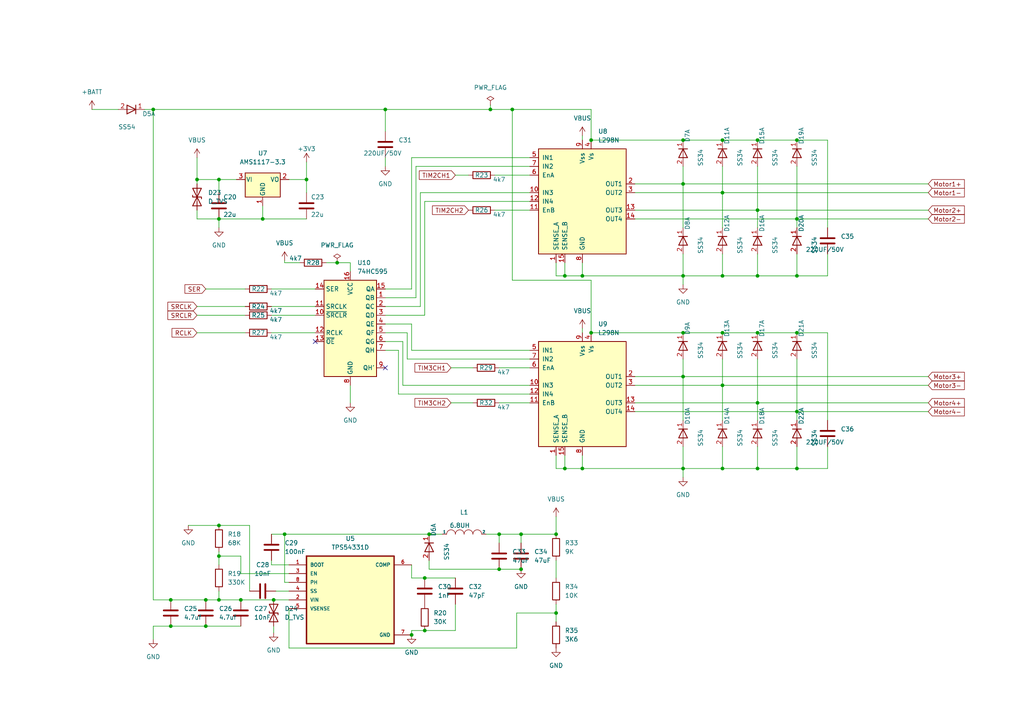
<source format=kicad_sch>
(kicad_sch (version 20211123) (generator eeschema)

  (uuid f7d37bb2-c660-4193-ab2b-8cf01c01c1d5)

  (paper "A4")

  (title_block
    (title "Robotic navigation system ")
    (date "2/26/2022")
    (company "Solarwind robotics")
  )

  (lib_symbols
    (symbol "74xx:74HC595" (in_bom yes) (on_board yes)
      (property "Reference" "U" (id 0) (at -7.62 13.97 0)
        (effects (font (size 1.27 1.27)))
      )
      (property "Value" "74HC595" (id 1) (at -7.62 -16.51 0)
        (effects (font (size 1.27 1.27)))
      )
      (property "Footprint" "" (id 2) (at 0 0 0)
        (effects (font (size 1.27 1.27)) hide)
      )
      (property "Datasheet" "http://www.ti.com/lit/ds/symlink/sn74hc595.pdf" (id 3) (at 0 0 0)
        (effects (font (size 1.27 1.27)) hide)
      )
      (property "ki_keywords" "HCMOS SR 3State" (id 4) (at 0 0 0)
        (effects (font (size 1.27 1.27)) hide)
      )
      (property "ki_description" "8-bit serial in/out Shift Register 3-State Outputs" (id 5) (at 0 0 0)
        (effects (font (size 1.27 1.27)) hide)
      )
      (property "ki_fp_filters" "DIP*W7.62mm* SOIC*3.9x9.9mm*P1.27mm* TSSOP*4.4x5mm*P0.65mm* SOIC*5.3x10.2mm*P1.27mm* SOIC*7.5x10.3mm*P1.27mm*" (id 6) (at 0 0 0)
        (effects (font (size 1.27 1.27)) hide)
      )
      (symbol "74HC595_1_0"
        (pin tri_state line (at 10.16 7.62 180) (length 2.54)
          (name "QB" (effects (font (size 1.27 1.27))))
          (number "1" (effects (font (size 1.27 1.27))))
        )
        (pin input line (at -10.16 2.54 0) (length 2.54)
          (name "~{SRCLR}" (effects (font (size 1.27 1.27))))
          (number "10" (effects (font (size 1.27 1.27))))
        )
        (pin input line (at -10.16 5.08 0) (length 2.54)
          (name "SRCLK" (effects (font (size 1.27 1.27))))
          (number "11" (effects (font (size 1.27 1.27))))
        )
        (pin input line (at -10.16 -2.54 0) (length 2.54)
          (name "RCLK" (effects (font (size 1.27 1.27))))
          (number "12" (effects (font (size 1.27 1.27))))
        )
        (pin input line (at -10.16 -5.08 0) (length 2.54)
          (name "~{OE}" (effects (font (size 1.27 1.27))))
          (number "13" (effects (font (size 1.27 1.27))))
        )
        (pin input line (at -10.16 10.16 0) (length 2.54)
          (name "SER" (effects (font (size 1.27 1.27))))
          (number "14" (effects (font (size 1.27 1.27))))
        )
        (pin tri_state line (at 10.16 10.16 180) (length 2.54)
          (name "QA" (effects (font (size 1.27 1.27))))
          (number "15" (effects (font (size 1.27 1.27))))
        )
        (pin power_in line (at 0 15.24 270) (length 2.54)
          (name "VCC" (effects (font (size 1.27 1.27))))
          (number "16" (effects (font (size 1.27 1.27))))
        )
        (pin tri_state line (at 10.16 5.08 180) (length 2.54)
          (name "QC" (effects (font (size 1.27 1.27))))
          (number "2" (effects (font (size 1.27 1.27))))
        )
        (pin tri_state line (at 10.16 2.54 180) (length 2.54)
          (name "QD" (effects (font (size 1.27 1.27))))
          (number "3" (effects (font (size 1.27 1.27))))
        )
        (pin tri_state line (at 10.16 0 180) (length 2.54)
          (name "QE" (effects (font (size 1.27 1.27))))
          (number "4" (effects (font (size 1.27 1.27))))
        )
        (pin tri_state line (at 10.16 -2.54 180) (length 2.54)
          (name "QF" (effects (font (size 1.27 1.27))))
          (number "5" (effects (font (size 1.27 1.27))))
        )
        (pin tri_state line (at 10.16 -5.08 180) (length 2.54)
          (name "QG" (effects (font (size 1.27 1.27))))
          (number "6" (effects (font (size 1.27 1.27))))
        )
        (pin tri_state line (at 10.16 -7.62 180) (length 2.54)
          (name "QH" (effects (font (size 1.27 1.27))))
          (number "7" (effects (font (size 1.27 1.27))))
        )
        (pin power_in line (at 0 -17.78 90) (length 2.54)
          (name "GND" (effects (font (size 1.27 1.27))))
          (number "8" (effects (font (size 1.27 1.27))))
        )
        (pin output line (at 10.16 -12.7 180) (length 2.54)
          (name "QH'" (effects (font (size 1.27 1.27))))
          (number "9" (effects (font (size 1.27 1.27))))
        )
      )
      (symbol "74HC595_1_1"
        (rectangle (start -7.62 12.7) (end 7.62 -15.24)
          (stroke (width 0.254) (type default) (color 0 0 0 0))
          (fill (type background))
        )
      )
    )
    (symbol "Device:C" (pin_numbers hide) (pin_names (offset 0.254)) (in_bom yes) (on_board yes)
      (property "Reference" "C" (id 0) (at 0.635 2.54 0)
        (effects (font (size 1.27 1.27)) (justify left))
      )
      (property "Value" "C" (id 1) (at 0.635 -2.54 0)
        (effects (font (size 1.27 1.27)) (justify left))
      )
      (property "Footprint" "" (id 2) (at 0.9652 -3.81 0)
        (effects (font (size 1.27 1.27)) hide)
      )
      (property "Datasheet" "~" (id 3) (at 0 0 0)
        (effects (font (size 1.27 1.27)) hide)
      )
      (property "ki_keywords" "cap capacitor" (id 4) (at 0 0 0)
        (effects (font (size 1.27 1.27)) hide)
      )
      (property "ki_description" "Unpolarized capacitor" (id 5) (at 0 0 0)
        (effects (font (size 1.27 1.27)) hide)
      )
      (property "ki_fp_filters" "C_*" (id 6) (at 0 0 0)
        (effects (font (size 1.27 1.27)) hide)
      )
      (symbol "C_0_1"
        (polyline
          (pts
            (xy -2.032 -0.762)
            (xy 2.032 -0.762)
          )
          (stroke (width 0.508) (type default) (color 0 0 0 0))
          (fill (type none))
        )
        (polyline
          (pts
            (xy -2.032 0.762)
            (xy 2.032 0.762)
          )
          (stroke (width 0.508) (type default) (color 0 0 0 0))
          (fill (type none))
        )
      )
      (symbol "C_1_1"
        (pin passive line (at 0 3.81 270) (length 2.794)
          (name "~" (effects (font (size 1.27 1.27))))
          (number "1" (effects (font (size 1.27 1.27))))
        )
        (pin passive line (at 0 -3.81 90) (length 2.794)
          (name "~" (effects (font (size 1.27 1.27))))
          (number "2" (effects (font (size 1.27 1.27))))
        )
      )
    )
    (symbol "Device:D_Dual_Series_CAK_Split" (pin_names (offset 0.762) hide) (in_bom yes) (on_board yes)
      (property "Reference" "D" (id 0) (at 0 2.54 0)
        (effects (font (size 1.27 1.27)))
      )
      (property "Value" "D_Dual_Series_CAK_Split" (id 1) (at 0 -2.54 0)
        (effects (font (size 1.27 1.27)))
      )
      (property "Footprint" "" (id 2) (at -2.54 -2.54 0)
        (effects (font (size 1.27 1.27)) hide)
      )
      (property "Datasheet" "~" (id 3) (at -2.54 -2.54 0)
        (effects (font (size 1.27 1.27)) hide)
      )
      (property "ki_locked" "" (id 4) (at 0 0 0)
        (effects (font (size 1.27 1.27)))
      )
      (property "ki_keywords" "diode" (id 5) (at 0 0 0)
        (effects (font (size 1.27 1.27)) hide)
      )
      (property "ki_description" "Dual diode, center/anode/cathode" (id 6) (at 0 0 0)
        (effects (font (size 1.27 1.27)) hide)
      )
      (symbol "D_Dual_Series_CAK_Split_0_0"
        (polyline
          (pts
            (xy 1.27 1.27)
            (xy 1.27 -1.27)
          )
          (stroke (width 0.254) (type default) (color 0 0 0 0))
          (fill (type none))
        )
      )
      (symbol "D_Dual_Series_CAK_Split_0_1"
        (polyline
          (pts
            (xy -1.27 1.27)
            (xy 1.27 0)
            (xy -1.27 -1.27)
            (xy -1.27 1.27)
            (xy -1.27 1.27)
            (xy -1.27 1.27)
          )
          (stroke (width 0.254) (type default) (color 0 0 0 0))
          (fill (type none))
        )
      )
      (symbol "D_Dual_Series_CAK_Split_1_1"
        (polyline
          (pts
            (xy 1.27 0)
            (xy -1.27 0)
          )
          (stroke (width 0) (type default) (color 0 0 0 0))
          (fill (type none))
        )
        (pin passive line (at 3.81 0 180) (length 2.54)
          (name "K" (effects (font (size 1.27 1.27))))
          (number "1" (effects (font (size 1.27 1.27))))
        )
        (pin passive line (at -3.81 0 0) (length 2.54)
          (name "A" (effects (font (size 1.27 1.27))))
          (number "2" (effects (font (size 1.27 1.27))))
        )
      )
      (symbol "D_Dual_Series_CAK_Split_2_0"
        (polyline
          (pts
            (xy 1.27 0)
            (xy -3.81 0)
          )
          (stroke (width 0) (type default) (color 0 0 0 0))
          (fill (type none))
        )
        (text "1" (at -2.54 1.27 0)
          (effects (font (size 1.27 1.27)))
        )
      )
      (symbol "D_Dual_Series_CAK_Split_2_1"
        (pin passive line (at 3.81 0 180) (length 2.54)
          (name "K" (effects (font (size 1.27 1.27))))
          (number "3" (effects (font (size 1.27 1.27))))
        )
      )
    )
    (symbol "Device:D_TVS" (pin_numbers hide) (pin_names (offset 1.016) hide) (in_bom yes) (on_board yes)
      (property "Reference" "D" (id 0) (at 0 2.54 0)
        (effects (font (size 1.27 1.27)))
      )
      (property "Value" "D_TVS" (id 1) (at 0 -2.54 0)
        (effects (font (size 1.27 1.27)))
      )
      (property "Footprint" "" (id 2) (at 0 0 0)
        (effects (font (size 1.27 1.27)) hide)
      )
      (property "Datasheet" "~" (id 3) (at 0 0 0)
        (effects (font (size 1.27 1.27)) hide)
      )
      (property "ki_keywords" "diode TVS thyrector" (id 4) (at 0 0 0)
        (effects (font (size 1.27 1.27)) hide)
      )
      (property "ki_description" "Bidirectional transient-voltage-suppression diode" (id 5) (at 0 0 0)
        (effects (font (size 1.27 1.27)) hide)
      )
      (property "ki_fp_filters" "TO-???* *_Diode_* *SingleDiode* D_*" (id 6) (at 0 0 0)
        (effects (font (size 1.27 1.27)) hide)
      )
      (symbol "D_TVS_0_1"
        (polyline
          (pts
            (xy 1.27 0)
            (xy -1.27 0)
          )
          (stroke (width 0) (type default) (color 0 0 0 0))
          (fill (type none))
        )
        (polyline
          (pts
            (xy 0.508 1.27)
            (xy 0 1.27)
            (xy 0 -1.27)
            (xy -0.508 -1.27)
          )
          (stroke (width 0.254) (type default) (color 0 0 0 0))
          (fill (type none))
        )
        (polyline
          (pts
            (xy -2.54 1.27)
            (xy -2.54 -1.27)
            (xy 2.54 1.27)
            (xy 2.54 -1.27)
            (xy -2.54 1.27)
          )
          (stroke (width 0.254) (type default) (color 0 0 0 0))
          (fill (type none))
        )
      )
      (symbol "D_TVS_1_1"
        (pin passive line (at -3.81 0 0) (length 2.54)
          (name "A1" (effects (font (size 1.27 1.27))))
          (number "1" (effects (font (size 1.27 1.27))))
        )
        (pin passive line (at 3.81 0 180) (length 2.54)
          (name "A2" (effects (font (size 1.27 1.27))))
          (number "2" (effects (font (size 1.27 1.27))))
        )
      )
    )
    (symbol "Device:R" (pin_numbers hide) (pin_names (offset 0)) (in_bom yes) (on_board yes)
      (property "Reference" "R" (id 0) (at 2.032 0 90)
        (effects (font (size 1.27 1.27)))
      )
      (property "Value" "R" (id 1) (at 0 0 90)
        (effects (font (size 1.27 1.27)))
      )
      (property "Footprint" "" (id 2) (at -1.778 0 90)
        (effects (font (size 1.27 1.27)) hide)
      )
      (property "Datasheet" "~" (id 3) (at 0 0 0)
        (effects (font (size 1.27 1.27)) hide)
      )
      (property "ki_keywords" "R res resistor" (id 4) (at 0 0 0)
        (effects (font (size 1.27 1.27)) hide)
      )
      (property "ki_description" "Resistor" (id 5) (at 0 0 0)
        (effects (font (size 1.27 1.27)) hide)
      )
      (property "ki_fp_filters" "R_*" (id 6) (at 0 0 0)
        (effects (font (size 1.27 1.27)) hide)
      )
      (symbol "R_0_1"
        (rectangle (start -1.016 -2.54) (end 1.016 2.54)
          (stroke (width 0.254) (type default) (color 0 0 0 0))
          (fill (type none))
        )
      )
      (symbol "R_1_1"
        (pin passive line (at 0 3.81 270) (length 1.27)
          (name "~" (effects (font (size 1.27 1.27))))
          (number "1" (effects (font (size 1.27 1.27))))
        )
        (pin passive line (at 0 -3.81 90) (length 1.27)
          (name "~" (effects (font (size 1.27 1.27))))
          (number "2" (effects (font (size 1.27 1.27))))
        )
      )
    )
    (symbol "Driver_Motor:L298HN" (pin_names (offset 1.016)) (in_bom yes) (on_board yes)
      (property "Reference" "U" (id 0) (at -10.16 16.51 0)
        (effects (font (size 1.27 1.27)) (justify right))
      )
      (property "Value" "L298HN" (id 1) (at 12.7 16.51 0)
        (effects (font (size 1.27 1.27)) (justify right))
      )
      (property "Footprint" "Package_TO_SOT_THT:TO-220-15_P2.54x2.54mm_StaggerOdd_Lead4.58mm_Vertical" (id 2) (at 1.27 -16.51 0)
        (effects (font (size 1.27 1.27)) (justify left) hide)
      )
      (property "Datasheet" "http://www.st.com/st-web-ui/static/active/en/resource/technical/document/datasheet/CD00000240.pdf" (id 3) (at 3.81 6.35 0)
        (effects (font (size 1.27 1.27)) hide)
      )
      (property "ki_keywords" "H-bridge motor driver" (id 4) (at 0 0 0)
        (effects (font (size 1.27 1.27)) hide)
      )
      (property "ki_description" "Dual full bridge motor driver, up to 46V, 4A, Multiwatt-15" (id 5) (at 0 0 0)
        (effects (font (size 1.27 1.27)) hide)
      )
      (property "ki_fp_filters" "TO?220*" (id 6) (at 0 0 0)
        (effects (font (size 1.27 1.27)) hide)
      )
      (symbol "L298HN_0_1"
        (rectangle (start -12.7 15.24) (end 12.7 -15.24)
          (stroke (width 0.254) (type default) (color 0 0 0 0))
          (fill (type background))
        )
      )
      (symbol "L298HN_1_1"
        (pin power_in line (at -7.62 -17.78 90) (length 2.54)
          (name "SENSE_A" (effects (font (size 1.27 1.27))))
          (number "1" (effects (font (size 1.27 1.27))))
        )
        (pin input line (at -15.24 2.54 0) (length 2.54)
          (name "IN3" (effects (font (size 1.27 1.27))))
          (number "10" (effects (font (size 1.27 1.27))))
        )
        (pin input line (at -15.24 -2.54 0) (length 2.54)
          (name "EnB" (effects (font (size 1.27 1.27))))
          (number "11" (effects (font (size 1.27 1.27))))
        )
        (pin input line (at -15.24 0 0) (length 2.54)
          (name "IN4" (effects (font (size 1.27 1.27))))
          (number "12" (effects (font (size 1.27 1.27))))
        )
        (pin output line (at 15.24 -2.54 180) (length 2.54)
          (name "OUT3" (effects (font (size 1.27 1.27))))
          (number "13" (effects (font (size 1.27 1.27))))
        )
        (pin output line (at 15.24 -5.08 180) (length 2.54)
          (name "OUT4" (effects (font (size 1.27 1.27))))
          (number "14" (effects (font (size 1.27 1.27))))
        )
        (pin power_in line (at -5.08 -17.78 90) (length 2.54)
          (name "SENSE_B" (effects (font (size 1.27 1.27))))
          (number "15" (effects (font (size 1.27 1.27))))
        )
        (pin output line (at 15.24 5.08 180) (length 2.54)
          (name "OUT1" (effects (font (size 1.27 1.27))))
          (number "2" (effects (font (size 1.27 1.27))))
        )
        (pin output line (at 15.24 2.54 180) (length 2.54)
          (name "OUT2" (effects (font (size 1.27 1.27))))
          (number "3" (effects (font (size 1.27 1.27))))
        )
        (pin power_in line (at 2.54 17.78 270) (length 2.54)
          (name "Vs" (effects (font (size 1.27 1.27))))
          (number "4" (effects (font (size 1.27 1.27))))
        )
        (pin input line (at -15.24 12.7 0) (length 2.54)
          (name "IN1" (effects (font (size 1.27 1.27))))
          (number "5" (effects (font (size 1.27 1.27))))
        )
        (pin input line (at -15.24 7.62 0) (length 2.54)
          (name "EnA" (effects (font (size 1.27 1.27))))
          (number "6" (effects (font (size 1.27 1.27))))
        )
        (pin input line (at -15.24 10.16 0) (length 2.54)
          (name "IN2" (effects (font (size 1.27 1.27))))
          (number "7" (effects (font (size 1.27 1.27))))
        )
        (pin power_in line (at 0 -17.78 90) (length 2.54)
          (name "GND" (effects (font (size 1.27 1.27))))
          (number "8" (effects (font (size 1.27 1.27))))
        )
        (pin power_in line (at 0 17.78 270) (length 2.54)
          (name "Vss" (effects (font (size 1.27 1.27))))
          (number "9" (effects (font (size 1.27 1.27))))
        )
      )
    )
    (symbol "New_Library:TPS54331D" (pin_names (offset 1.016)) (in_bom yes) (on_board yes)
      (property "Reference" "U" (id 0) (at -12.7 13.6906 0)
        (effects (font (size 1.27 1.27)) (justify left bottom))
      )
      (property "Value" "TPS54331D" (id 1) (at -12.7 -16.6878 0)
        (effects (font (size 1.27 1.27)) (justify left bottom))
      )
      (property "Footprint" "SOIC127P599X175-8N" (id 2) (at 0 0 0)
        (effects (font (size 1.27 1.27)) (justify left bottom) hide)
      )
      (property "Datasheet" "" (id 3) (at 0 0 0)
        (effects (font (size 1.27 1.27)) (justify left bottom) hide)
      )
      (property "ki_locked" "" (id 4) (at 0 0 0)
        (effects (font (size 1.27 1.27)))
      )
      (symbol "TPS54331D_0_0"
        (rectangle (start -12.7 -12.7) (end 12.7 12.7)
          (stroke (width 0.4064) (type default) (color 0 0 0 0))
          (fill (type background))
        )
        (pin input line (at -17.78 10.16 0) (length 5.08)
          (name "BOOT" (effects (font (size 1.016 1.016))))
          (number "1" (effects (font (size 1.016 1.016))))
        )
        (pin input line (at -17.78 0 0) (length 5.08)
          (name "VIN" (effects (font (size 1.016 1.016))))
          (number "2" (effects (font (size 1.016 1.016))))
        )
        (pin input line (at -17.78 7.62 0) (length 5.08)
          (name "EN" (effects (font (size 1.016 1.016))))
          (number "3" (effects (font (size 1.016 1.016))))
        )
        (pin input line (at -17.78 2.54 0) (length 5.08)
          (name "SS" (effects (font (size 1.016 1.016))))
          (number "4" (effects (font (size 1.016 1.016))))
        )
        (pin input line (at -17.78 -2.54 0) (length 5.08)
          (name "VSENSE" (effects (font (size 1.016 1.016))))
          (number "5" (effects (font (size 1.016 1.016))))
        )
        (pin output line (at 17.78 10.16 180) (length 5.08)
          (name "COMP" (effects (font (size 1.016 1.016))))
          (number "6" (effects (font (size 1.016 1.016))))
        )
        (pin power_in line (at 17.78 -10.16 180) (length 5.08)
          (name "GND" (effects (font (size 1.016 1.016))))
          (number "7" (effects (font (size 1.016 1.016))))
        )
        (pin input line (at -17.78 5.08 0) (length 5.08)
          (name "PH" (effects (font (size 1.016 1.016))))
          (number "8" (effects (font (size 1.016 1.016))))
        )
      )
    )
    (symbol "Regulator_Linear:AMS1117-3.3" (pin_names (offset 0.254)) (in_bom yes) (on_board yes)
      (property "Reference" "U" (id 0) (at -3.81 3.175 0)
        (effects (font (size 1.27 1.27)))
      )
      (property "Value" "AMS1117-3.3" (id 1) (at 0 3.175 0)
        (effects (font (size 1.27 1.27)) (justify left))
      )
      (property "Footprint" "Package_TO_SOT_SMD:SOT-223-3_TabPin2" (id 2) (at 0 5.08 0)
        (effects (font (size 1.27 1.27)) hide)
      )
      (property "Datasheet" "http://www.advanced-monolithic.com/pdf/ds1117.pdf" (id 3) (at 2.54 -6.35 0)
        (effects (font (size 1.27 1.27)) hide)
      )
      (property "ki_keywords" "linear regulator ldo fixed positive" (id 4) (at 0 0 0)
        (effects (font (size 1.27 1.27)) hide)
      )
      (property "ki_description" "1A Low Dropout regulator, positive, 3.3V fixed output, SOT-223" (id 5) (at 0 0 0)
        (effects (font (size 1.27 1.27)) hide)
      )
      (property "ki_fp_filters" "SOT?223*TabPin2*" (id 6) (at 0 0 0)
        (effects (font (size 1.27 1.27)) hide)
      )
      (symbol "AMS1117-3.3_0_1"
        (rectangle (start -5.08 -5.08) (end 5.08 1.905)
          (stroke (width 0.254) (type default) (color 0 0 0 0))
          (fill (type background))
        )
      )
      (symbol "AMS1117-3.3_1_1"
        (pin power_in line (at 0 -7.62 90) (length 2.54)
          (name "GND" (effects (font (size 1.27 1.27))))
          (number "1" (effects (font (size 1.27 1.27))))
        )
        (pin power_out line (at 7.62 0 180) (length 2.54)
          (name "VO" (effects (font (size 1.27 1.27))))
          (number "2" (effects (font (size 1.27 1.27))))
        )
        (pin power_in line (at -7.62 0 0) (length 2.54)
          (name "VI" (effects (font (size 1.27 1.27))))
          (number "3" (effects (font (size 1.27 1.27))))
        )
      )
    )
    (symbol "power:+3.3V" (power) (pin_names (offset 0)) (in_bom yes) (on_board yes)
      (property "Reference" "#PWR" (id 0) (at 0 -3.81 0)
        (effects (font (size 1.27 1.27)) hide)
      )
      (property "Value" "+3.3V" (id 1) (at 0 3.556 0)
        (effects (font (size 1.27 1.27)))
      )
      (property "Footprint" "" (id 2) (at 0 0 0)
        (effects (font (size 1.27 1.27)) hide)
      )
      (property "Datasheet" "" (id 3) (at 0 0 0)
        (effects (font (size 1.27 1.27)) hide)
      )
      (property "ki_keywords" "power-flag" (id 4) (at 0 0 0)
        (effects (font (size 1.27 1.27)) hide)
      )
      (property "ki_description" "Power symbol creates a global label with name \"+3.3V\"" (id 5) (at 0 0 0)
        (effects (font (size 1.27 1.27)) hide)
      )
      (symbol "+3.3V_0_1"
        (polyline
          (pts
            (xy -0.762 1.27)
            (xy 0 2.54)
          )
          (stroke (width 0) (type default) (color 0 0 0 0))
          (fill (type none))
        )
        (polyline
          (pts
            (xy 0 0)
            (xy 0 2.54)
          )
          (stroke (width 0) (type default) (color 0 0 0 0))
          (fill (type none))
        )
        (polyline
          (pts
            (xy 0 2.54)
            (xy 0.762 1.27)
          )
          (stroke (width 0) (type default) (color 0 0 0 0))
          (fill (type none))
        )
      )
      (symbol "+3.3V_1_1"
        (pin power_in line (at 0 0 90) (length 0) hide
          (name "+3V3" (effects (font (size 1.27 1.27))))
          (number "1" (effects (font (size 1.27 1.27))))
        )
      )
    )
    (symbol "power:+BATT" (power) (pin_names (offset 0)) (in_bom yes) (on_board yes)
      (property "Reference" "#PWR" (id 0) (at 0 -3.81 0)
        (effects (font (size 1.27 1.27)) hide)
      )
      (property "Value" "+BATT" (id 1) (at 0 3.556 0)
        (effects (font (size 1.27 1.27)))
      )
      (property "Footprint" "" (id 2) (at 0 0 0)
        (effects (font (size 1.27 1.27)) hide)
      )
      (property "Datasheet" "" (id 3) (at 0 0 0)
        (effects (font (size 1.27 1.27)) hide)
      )
      (property "ki_keywords" "power-flag battery" (id 4) (at 0 0 0)
        (effects (font (size 1.27 1.27)) hide)
      )
      (property "ki_description" "Power symbol creates a global label with name \"+BATT\"" (id 5) (at 0 0 0)
        (effects (font (size 1.27 1.27)) hide)
      )
      (symbol "+BATT_0_1"
        (polyline
          (pts
            (xy -0.762 1.27)
            (xy 0 2.54)
          )
          (stroke (width 0) (type default) (color 0 0 0 0))
          (fill (type none))
        )
        (polyline
          (pts
            (xy 0 0)
            (xy 0 2.54)
          )
          (stroke (width 0) (type default) (color 0 0 0 0))
          (fill (type none))
        )
        (polyline
          (pts
            (xy 0 2.54)
            (xy 0.762 1.27)
          )
          (stroke (width 0) (type default) (color 0 0 0 0))
          (fill (type none))
        )
      )
      (symbol "+BATT_1_1"
        (pin power_in line (at 0 0 90) (length 0) hide
          (name "+BATT" (effects (font (size 1.27 1.27))))
          (number "1" (effects (font (size 1.27 1.27))))
        )
      )
    )
    (symbol "power:GND" (power) (pin_names (offset 0)) (in_bom yes) (on_board yes)
      (property "Reference" "#PWR" (id 0) (at 0 -6.35 0)
        (effects (font (size 1.27 1.27)) hide)
      )
      (property "Value" "GND" (id 1) (at 0 -3.81 0)
        (effects (font (size 1.27 1.27)))
      )
      (property "Footprint" "" (id 2) (at 0 0 0)
        (effects (font (size 1.27 1.27)) hide)
      )
      (property "Datasheet" "" (id 3) (at 0 0 0)
        (effects (font (size 1.27 1.27)) hide)
      )
      (property "ki_keywords" "power-flag" (id 4) (at 0 0 0)
        (effects (font (size 1.27 1.27)) hide)
      )
      (property "ki_description" "Power symbol creates a global label with name \"GND\" , ground" (id 5) (at 0 0 0)
        (effects (font (size 1.27 1.27)) hide)
      )
      (symbol "GND_0_1"
        (polyline
          (pts
            (xy 0 0)
            (xy 0 -1.27)
            (xy 1.27 -1.27)
            (xy 0 -2.54)
            (xy -1.27 -1.27)
            (xy 0 -1.27)
          )
          (stroke (width 0) (type default) (color 0 0 0 0))
          (fill (type none))
        )
      )
      (symbol "GND_1_1"
        (pin power_in line (at 0 0 270) (length 0) hide
          (name "GND" (effects (font (size 1.27 1.27))))
          (number "1" (effects (font (size 1.27 1.27))))
        )
      )
    )
    (symbol "power:PWR_FLAG" (power) (pin_numbers hide) (pin_names (offset 0) hide) (in_bom yes) (on_board yes)
      (property "Reference" "#FLG" (id 0) (at 0 1.905 0)
        (effects (font (size 1.27 1.27)) hide)
      )
      (property "Value" "PWR_FLAG" (id 1) (at 0 3.81 0)
        (effects (font (size 1.27 1.27)))
      )
      (property "Footprint" "" (id 2) (at 0 0 0)
        (effects (font (size 1.27 1.27)) hide)
      )
      (property "Datasheet" "~" (id 3) (at 0 0 0)
        (effects (font (size 1.27 1.27)) hide)
      )
      (property "ki_keywords" "power-flag" (id 4) (at 0 0 0)
        (effects (font (size 1.27 1.27)) hide)
      )
      (property "ki_description" "Special symbol for telling ERC where power comes from" (id 5) (at 0 0 0)
        (effects (font (size 1.27 1.27)) hide)
      )
      (symbol "PWR_FLAG_0_0"
        (pin power_out line (at 0 0 90) (length 0)
          (name "pwr" (effects (font (size 1.27 1.27))))
          (number "1" (effects (font (size 1.27 1.27))))
        )
      )
      (symbol "PWR_FLAG_0_1"
        (polyline
          (pts
            (xy 0 0)
            (xy 0 1.27)
            (xy -1.016 1.905)
            (xy 0 2.54)
            (xy 1.016 1.905)
            (xy 0 1.27)
          )
          (stroke (width 0) (type default) (color 0 0 0 0))
          (fill (type none))
        )
      )
    )
    (symbol "power:VBUS" (power) (pin_names (offset 0)) (in_bom yes) (on_board yes)
      (property "Reference" "#PWR" (id 0) (at 0 -3.81 0)
        (effects (font (size 1.27 1.27)) hide)
      )
      (property "Value" "VBUS" (id 1) (at 0 3.81 0)
        (effects (font (size 1.27 1.27)))
      )
      (property "Footprint" "" (id 2) (at 0 0 0)
        (effects (font (size 1.27 1.27)) hide)
      )
      (property "Datasheet" "" (id 3) (at 0 0 0)
        (effects (font (size 1.27 1.27)) hide)
      )
      (property "ki_keywords" "power-flag" (id 4) (at 0 0 0)
        (effects (font (size 1.27 1.27)) hide)
      )
      (property "ki_description" "Power symbol creates a global label with name \"VBUS\"" (id 5) (at 0 0 0)
        (effects (font (size 1.27 1.27)) hide)
      )
      (symbol "VBUS_0_1"
        (polyline
          (pts
            (xy -0.762 1.27)
            (xy 0 2.54)
          )
          (stroke (width 0) (type default) (color 0 0 0 0))
          (fill (type none))
        )
        (polyline
          (pts
            (xy 0 0)
            (xy 0 2.54)
          )
          (stroke (width 0) (type default) (color 0 0 0 0))
          (fill (type none))
        )
        (polyline
          (pts
            (xy 0 2.54)
            (xy 0.762 1.27)
          )
          (stroke (width 0) (type default) (color 0 0 0 0))
          (fill (type none))
        )
      )
      (symbol "VBUS_1_1"
        (pin power_in line (at 0 0 90) (length 0) hide
          (name "VBUS" (effects (font (size 1.27 1.27))))
          (number "1" (effects (font (size 1.27 1.27))))
        )
      )
    )
    (symbol "pspice:INDUCTOR" (pin_numbers hide) (pin_names (offset 0)) (in_bom yes) (on_board yes)
      (property "Reference" "L" (id 0) (at 0 2.54 0)
        (effects (font (size 1.27 1.27)))
      )
      (property "Value" "INDUCTOR" (id 1) (at 0 -1.27 0)
        (effects (font (size 1.27 1.27)))
      )
      (property "Footprint" "" (id 2) (at 0 0 0)
        (effects (font (size 1.27 1.27)) hide)
      )
      (property "Datasheet" "~" (id 3) (at 0 0 0)
        (effects (font (size 1.27 1.27)) hide)
      )
      (property "ki_keywords" "simulation" (id 4) (at 0 0 0)
        (effects (font (size 1.27 1.27)) hide)
      )
      (property "ki_description" "Inductor symbol for simulation only" (id 5) (at 0 0 0)
        (effects (font (size 1.27 1.27)) hide)
      )
      (symbol "INDUCTOR_0_1"
        (arc (start -2.54 0) (mid -3.81 1.27) (end -5.08 0)
          (stroke (width 0) (type default) (color 0 0 0 0))
          (fill (type none))
        )
        (arc (start 0 0) (mid -1.27 1.27) (end -2.54 0)
          (stroke (width 0) (type default) (color 0 0 0 0))
          (fill (type none))
        )
        (arc (start 2.54 0) (mid 1.27 1.27) (end 0 0)
          (stroke (width 0) (type default) (color 0 0 0 0))
          (fill (type none))
        )
        (arc (start 5.08 0) (mid 3.81 1.27) (end 2.54 0)
          (stroke (width 0) (type default) (color 0 0 0 0))
          (fill (type none))
        )
      )
      (symbol "INDUCTOR_1_1"
        (pin input line (at -6.35 0 0) (length 1.27)
          (name "1" (effects (font (size 0.762 0.762))))
          (number "1" (effects (font (size 0.762 0.762))))
        )
        (pin input line (at 6.35 0 180) (length 1.27)
          (name "2" (effects (font (size 0.762 0.762))))
          (number "2" (effects (font (size 0.762 0.762))))
        )
      )
    )
  )

  (junction (at 163.83 135.89) (diameter 0) (color 0 0 0 0)
    (uuid 00c58808-bc36-4e4b-ad73-257e8dc35306)
  )
  (junction (at 111.76 31.75) (diameter 0) (color 0 0 0 0)
    (uuid 00e8a74b-0fde-4f22-8ec1-84eaaf462044)
  )
  (junction (at 148.59 31.75) (diameter 0) (color 0 0 0 0)
    (uuid 021e8049-24ff-4361-a24a-98c364fec377)
  )
  (junction (at 161.29 154.94) (diameter 0) (color 0 0 0 0)
    (uuid 06bca65d-203a-4f33-b0cd-1ed11a34be8a)
  )
  (junction (at 151.13 165.1) (diameter 0) (color 0 0 0 0)
    (uuid 1187b49e-c5d2-4c08-9e5f-f6c348731df1)
  )
  (junction (at 231.14 63.5) (diameter 0) (color 0 0 0 0)
    (uuid 148ab081-3fe1-4667-9c65-5c49260a7eae)
  )
  (junction (at 63.5 63.5) (diameter 0) (color 0 0 0 0)
    (uuid 16519743-98c0-48bd-b81a-fc062c957e0c)
  )
  (junction (at 161.29 177.8) (diameter 0) (color 0 0 0 0)
    (uuid 1dbc2bfe-057f-4f13-8e94-40ee6d09d656)
  )
  (junction (at 198.12 40.64) (diameter 0) (color 0 0 0 0)
    (uuid 1e43a68b-365f-493f-ac40-b1a0ec4a6a39)
  )
  (junction (at 69.85 173.99) (diameter 0) (color 0 0 0 0)
    (uuid 20702395-2bd9-40f4-945f-62596129ac2d)
  )
  (junction (at 219.71 40.64) (diameter 0) (color 0 0 0 0)
    (uuid 2ab4bce1-d6e9-4854-84fd-5521bf195290)
  )
  (junction (at 219.71 116.84) (diameter 0) (color 0 0 0 0)
    (uuid 2b770d36-386a-4b9b-b648-3751c94d6bdc)
  )
  (junction (at 231.14 135.89) (diameter 0) (color 0 0 0 0)
    (uuid 38f27921-a613-4b0d-92f1-73bd148bac60)
  )
  (junction (at 57.15 52.07) (diameter 0) (color 0 0 0 0)
    (uuid 3e592fd3-cd28-4ae4-a39e-fb3480f669b4)
  )
  (junction (at 123.19 182.88) (diameter 0) (color 0 0 0 0)
    (uuid 3ec22ec9-e860-4b71-ae4c-ef0896335a02)
  )
  (junction (at 151.13 154.94) (diameter 0) (color 0 0 0 0)
    (uuid 40bf450d-9db7-4357-86f7-fb07dc70ce65)
  )
  (junction (at 209.55 40.64) (diameter 0) (color 0 0 0 0)
    (uuid 4672ccbb-02e8-4f47-8325-4b205c1f688b)
  )
  (junction (at 198.12 109.22) (diameter 0) (color 0 0 0 0)
    (uuid 4cae8051-6e8c-4c95-89c1-1c735fdc3f3b)
  )
  (junction (at 231.14 96.52) (diameter 0) (color 0 0 0 0)
    (uuid 5a27164d-fef9-4e88-b359-ca643b86207b)
  )
  (junction (at 231.14 80.01) (diameter 0) (color 0 0 0 0)
    (uuid 5a8786e6-c6a7-4f60-8e17-b2f873ae2e8b)
  )
  (junction (at 79.375 173.99) (diameter 0) (color 0 0 0 0)
    (uuid 5b37f08f-29bc-4e1f-a627-1111ac154cc6)
  )
  (junction (at 219.71 135.89) (diameter 0) (color 0 0 0 0)
    (uuid 5c651a78-052c-4300-852b-e065e120b3ec)
  )
  (junction (at 209.55 55.88) (diameter 0) (color 0 0 0 0)
    (uuid 5d558c4f-eac9-491d-8a92-b63d9f040517)
  )
  (junction (at 144.78 154.94) (diameter 0) (color 0 0 0 0)
    (uuid 5f0422b5-3ca3-4e46-a37e-9d415d6dc4cf)
  )
  (junction (at 198.12 53.34) (diameter 0) (color 0 0 0 0)
    (uuid 608967f1-31fc-4e81-8fd2-506c37e0f400)
  )
  (junction (at 198.12 80.01) (diameter 0) (color 0 0 0 0)
    (uuid 60dec6b2-5d46-4cb2-b816-368d70a067c4)
  )
  (junction (at 209.55 80.01) (diameter 0) (color 0 0 0 0)
    (uuid 625059a2-ef4a-449f-b070-612676642b23)
  )
  (junction (at 231.14 119.38) (diameter 0) (color 0 0 0 0)
    (uuid 625ca00e-8399-4f90-be2b-f7b2e8a07a9f)
  )
  (junction (at 198.12 96.52) (diameter 0) (color 0 0 0 0)
    (uuid 64cfacba-5ac2-4d07-8edc-a124afb649e4)
  )
  (junction (at 144.78 165.1) (diameter 0) (color 0 0 0 0)
    (uuid 69134027-aba9-4598-8010-0a5f4c594a45)
  )
  (junction (at 97.79 76.2) (diameter 0) (color 0 0 0 0)
    (uuid 6e06d045-56f1-49e5-b6f9-968ad88146ed)
  )
  (junction (at 124.46 154.94) (diameter 0) (color 0 0 0 0)
    (uuid 6e4faff3-c639-4477-bd3c-60eab237833b)
  )
  (junction (at 59.69 173.99) (diameter 0) (color 0 0 0 0)
    (uuid 7053247c-8e1f-4d1b-9d97-20dd27653b99)
  )
  (junction (at 209.55 135.89) (diameter 0) (color 0 0 0 0)
    (uuid 7374d969-12e7-4ff6-84d0-1d3cc6ed4207)
  )
  (junction (at 59.69 181.61) (diameter 0) (color 0 0 0 0)
    (uuid 7449c61b-6305-4c3a-8b0c-a74e497256c2)
  )
  (junction (at 198.12 135.89) (diameter 0) (color 0 0 0 0)
    (uuid 7c9c17f7-2c1d-4e33-a4f0-562d9266a71f)
  )
  (junction (at 163.83 80.01) (diameter 0) (color 0 0 0 0)
    (uuid 7d4e0f80-653e-45b8-a13e-8d9ada51378c)
  )
  (junction (at 76.2 63.5) (diameter 0) (color 0 0 0 0)
    (uuid 81ba275d-9955-4190-880f-dc251496ba46)
  )
  (junction (at 209.55 111.76) (diameter 0) (color 0 0 0 0)
    (uuid 858b49c1-07ce-4b85-ac98-a7a2879e4f22)
  )
  (junction (at 168.91 80.01) (diameter 0) (color 0 0 0 0)
    (uuid 88de6d2e-e289-404b-b0ea-c2f7d3c0ae01)
  )
  (junction (at 219.71 60.96) (diameter 0) (color 0 0 0 0)
    (uuid 90536c00-6ac2-48fd-b863-582d87432a10)
  )
  (junction (at 142.24 31.75) (diameter 0) (color 0 0 0 0)
    (uuid a0415e38-91a0-403e-b4f8-743eb910d07e)
  )
  (junction (at 88.9 52.07) (diameter 0) (color 0 0 0 0)
    (uuid a13c2742-df56-475c-a227-fbd57c1cb203)
  )
  (junction (at 49.53 181.61) (diameter 0) (color 0 0 0 0)
    (uuid a211ab14-f27c-44ad-9107-a5a40db0c53e)
  )
  (junction (at 219.71 80.01) (diameter 0) (color 0 0 0 0)
    (uuid a53bfd17-d6f6-49ad-8774-c26dfa0e1139)
  )
  (junction (at 123.19 167.64) (diameter 0) (color 0 0 0 0)
    (uuid a6271889-7006-4ea9-9066-f400f366ff74)
  )
  (junction (at 119.38 184.15) (diameter 0) (color 0 0 0 0)
    (uuid a98e83b0-e4ed-40cc-8db6-57ee63b208a3)
  )
  (junction (at 49.53 173.99) (diameter 0) (color 0 0 0 0)
    (uuid ad8c1f89-01b4-4b63-bed5-f203f4733c20)
  )
  (junction (at 171.45 40.64) (diameter 0) (color 0 0 0 0)
    (uuid b2b66f2c-cab1-40c7-a47b-57a3d9646fb2)
  )
  (junction (at 168.91 135.89) (diameter 0) (color 0 0 0 0)
    (uuid b8895857-d890-4703-b7b4-99916c5e70eb)
  )
  (junction (at 44.45 31.75) (diameter 0) (color 0 0 0 0)
    (uuid b8d1ad7c-41f2-40b1-a0aa-8e76855fc84c)
  )
  (junction (at 231.14 40.64) (diameter 0) (color 0 0 0 0)
    (uuid bb087c36-2df7-4235-b74b-61d0f82d7446)
  )
  (junction (at 63.5 161.29) (diameter 0) (color 0 0 0 0)
    (uuid cad26605-171e-4161-91ac-bbe58816a64d)
  )
  (junction (at 219.71 96.52) (diameter 0) (color 0 0 0 0)
    (uuid d23364ea-beb3-40a7-92a6-cfb3ebcca09f)
  )
  (junction (at 63.5 173.99) (diameter 0) (color 0 0 0 0)
    (uuid d677b696-214f-4fb8-8f28-f43d8f35dd7b)
  )
  (junction (at 63.5 52.07) (diameter 0) (color 0 0 0 0)
    (uuid dc189097-7ba8-4604-96d6-f0a18a554ccb)
  )
  (junction (at 82.55 154.94) (diameter 0) (color 0 0 0 0)
    (uuid de7d0a37-6973-4071-8e46-85735c3d0d1b)
  )
  (junction (at 63.5 152.4) (diameter 0) (color 0 0 0 0)
    (uuid e880e48c-3018-45b6-aab0-fea2090c4345)
  )
  (junction (at 171.45 96.52) (diameter 0) (color 0 0 0 0)
    (uuid ee7f931a-8dcb-408a-a4da-929b5075f623)
  )
  (junction (at 209.55 96.52) (diameter 0) (color 0 0 0 0)
    (uuid f7a69478-04de-46ae-b0ab-e54c06e515a4)
  )

  (no_connect (at 91.44 99.06) (uuid fcc1c632-2de8-4d98-b466-73f80e7f2336))
  (no_connect (at 111.76 106.68) (uuid fcc1c632-2de8-4d98-b466-73f80e7f2337))

  (wire (pts (xy 168.91 76.2) (xy 168.91 80.01))
    (stroke (width 0) (type default) (color 0 0 0 0))
    (uuid 001fa47b-559f-4d0c-939e-562b7f5322b0)
  )
  (wire (pts (xy 69.85 173.99) (xy 63.5 173.99))
    (stroke (width 0) (type default) (color 0 0 0 0))
    (uuid 00fd026f-456d-431a-8445-85a11b91c40b)
  )
  (wire (pts (xy 151.13 154.94) (xy 161.29 154.94))
    (stroke (width 0) (type default) (color 0 0 0 0))
    (uuid 01fb2ff2-c802-4675-a7ad-9e74dda32301)
  )
  (wire (pts (xy 209.55 55.88) (xy 209.55 66.04))
    (stroke (width 0) (type default) (color 0 0 0 0))
    (uuid 02eb9355-d604-4cd1-a039-6894b74ecf62)
  )
  (wire (pts (xy 132.08 182.88) (xy 123.19 182.88))
    (stroke (width 0) (type default) (color 0 0 0 0))
    (uuid 0494ff85-7afd-402a-9b64-49d3e7bbf8c3)
  )
  (wire (pts (xy 198.12 129.54) (xy 198.12 135.89))
    (stroke (width 0) (type default) (color 0 0 0 0))
    (uuid 04cf2629-6017-4b5f-85e1-09233b4c31a4)
  )
  (wire (pts (xy 26.67 31.75) (xy 34.29 31.75))
    (stroke (width 0) (type default) (color 0 0 0 0))
    (uuid 057056a5-1a3f-415f-8162-f093726ec753)
  )
  (wire (pts (xy 88.9 46.99) (xy 88.9 52.07))
    (stroke (width 0) (type default) (color 0 0 0 0))
    (uuid 05bdeb4e-217f-4d6e-9b0a-dff41a4ff767)
  )
  (wire (pts (xy 219.71 48.26) (xy 219.71 60.96))
    (stroke (width 0) (type default) (color 0 0 0 0))
    (uuid 062a5999-a547-4277-8ba7-80b310d4017e)
  )
  (wire (pts (xy 231.14 40.64) (xy 240.03 40.64))
    (stroke (width 0) (type default) (color 0 0 0 0))
    (uuid 0643c943-ca25-4ba8-82e8-9dc8f3548ad4)
  )
  (wire (pts (xy 111.76 101.6) (xy 115.57 101.6))
    (stroke (width 0) (type default) (color 0 0 0 0))
    (uuid 07a903db-a5a7-4415-ad58-a333c946a8bb)
  )
  (wire (pts (xy 219.71 80.01) (xy 209.55 80.01))
    (stroke (width 0) (type default) (color 0 0 0 0))
    (uuid 0826cd4a-7406-45bc-8c91-857b62ab0341)
  )
  (wire (pts (xy 198.12 138.43) (xy 198.12 135.89))
    (stroke (width 0) (type default) (color 0 0 0 0))
    (uuid 085c97ca-a4dd-402d-aba4-5347ce7caa82)
  )
  (wire (pts (xy 83.82 187.96) (xy 149.86 187.96))
    (stroke (width 0) (type default) (color 0 0 0 0))
    (uuid 0dc56e12-999e-4ce3-80c1-cdf57266f47a)
  )
  (wire (pts (xy 83.82 166.37) (xy 69.85 166.37))
    (stroke (width 0) (type default) (color 0 0 0 0))
    (uuid 0ebc9bda-cc0b-4564-b5f3-609898077968)
  )
  (wire (pts (xy 78.74 88.9) (xy 91.44 88.9))
    (stroke (width 0) (type default) (color 0 0 0 0))
    (uuid 0f39e4e1-3210-441e-b2f8-0bc2ae3f768b)
  )
  (wire (pts (xy 111.76 31.75) (xy 111.76 38.1))
    (stroke (width 0) (type default) (color 0 0 0 0))
    (uuid 12fb21c8-5b28-4a9e-bf49-c117645ab1a2)
  )
  (wire (pts (xy 184.15 63.5) (xy 231.14 63.5))
    (stroke (width 0) (type default) (color 0 0 0 0))
    (uuid 13ddb1cf-f321-404b-b19b-5e30f6050ec2)
  )
  (wire (pts (xy 240.03 135.89) (xy 231.14 135.89))
    (stroke (width 0) (type default) (color 0 0 0 0))
    (uuid 15037aab-6862-4870-af52-c0e1b96ef48e)
  )
  (wire (pts (xy 97.79 76.2) (xy 101.6 76.2))
    (stroke (width 0) (type default) (color 0 0 0 0))
    (uuid 15ba7fa9-06fb-4631-a842-2024a3a333d6)
  )
  (wire (pts (xy 86.995 76.2) (xy 82.55 76.2))
    (stroke (width 0) (type default) (color 0 0 0 0))
    (uuid 16012fa8-ec4d-4245-8f80-716f20d593ae)
  )
  (wire (pts (xy 168.91 95.25) (xy 168.91 96.52))
    (stroke (width 0) (type default) (color 0 0 0 0))
    (uuid 167edfba-6254-47cf-ab9a-c9351e7ea86a)
  )
  (wire (pts (xy 184.15 116.84) (xy 219.71 116.84))
    (stroke (width 0) (type default) (color 0 0 0 0))
    (uuid 16c5bcca-6d20-49e6-b5a2-bf0979818732)
  )
  (wire (pts (xy 198.12 109.22) (xy 198.12 121.92))
    (stroke (width 0) (type default) (color 0 0 0 0))
    (uuid 18c245d5-e351-4ad6-994a-d58aee1bef27)
  )
  (wire (pts (xy 115.57 114.3) (xy 153.67 114.3))
    (stroke (width 0) (type default) (color 0 0 0 0))
    (uuid 1afa065c-d61e-474e-a526-ef574e97fd7d)
  )
  (wire (pts (xy 82.55 76.2) (xy 82.55 75.565))
    (stroke (width 0) (type default) (color 0 0 0 0))
    (uuid 1c6da768-52a4-4c26-87d5-72224af5d38f)
  )
  (wire (pts (xy 63.5 161.29) (xy 63.5 163.83))
    (stroke (width 0) (type default) (color 0 0 0 0))
    (uuid 1d0a64d3-9431-4f19-a37b-eb7e1af5e85f)
  )
  (wire (pts (xy 144.78 165.1) (xy 124.46 165.1))
    (stroke (width 0) (type default) (color 0 0 0 0))
    (uuid 1d6a81b2-8001-4e2b-ac05-86fa54ea2e89)
  )
  (wire (pts (xy 88.9 55.88) (xy 88.9 52.07))
    (stroke (width 0) (type default) (color 0 0 0 0))
    (uuid 1ed68bfe-42f3-447f-9538-5ce26c3c6f4f)
  )
  (wire (pts (xy 59.69 181.61) (xy 69.85 181.61))
    (stroke (width 0) (type default) (color 0 0 0 0))
    (uuid 1f79d859-e0df-4f17-8708-68f964e626b8)
  )
  (wire (pts (xy 79.375 173.99) (xy 83.82 173.99))
    (stroke (width 0) (type default) (color 0 0 0 0))
    (uuid 21627164-d17e-45cc-8bfb-464540095bb6)
  )
  (wire (pts (xy 171.45 96.52) (xy 198.12 96.52))
    (stroke (width 0) (type default) (color 0 0 0 0))
    (uuid 226f9f0e-d876-49d9-8173-42a3aff4cbe5)
  )
  (wire (pts (xy 171.45 96.52) (xy 171.45 81.28))
    (stroke (width 0) (type default) (color 0 0 0 0))
    (uuid 23f3ea19-afcb-4344-a14e-84ef4c207565)
  )
  (wire (pts (xy 119.38 45.72) (xy 153.67 45.72))
    (stroke (width 0) (type default) (color 0 0 0 0))
    (uuid 26d94a2e-d375-4f6e-b1c6-64c3c67b113b)
  )
  (wire (pts (xy 111.76 96.52) (xy 118.11 96.52))
    (stroke (width 0) (type default) (color 0 0 0 0))
    (uuid 2721248a-99b3-470d-a616-4adba2131183)
  )
  (wire (pts (xy 184.15 60.96) (xy 219.71 60.96))
    (stroke (width 0) (type default) (color 0 0 0 0))
    (uuid 2a4efb2d-9629-41cc-8adc-45857034e799)
  )
  (wire (pts (xy 119.38 163.83) (xy 119.38 167.64))
    (stroke (width 0) (type default) (color 0 0 0 0))
    (uuid 318c7248-8b00-49bb-82c7-c4dab632ddcd)
  )
  (wire (pts (xy 209.55 48.26) (xy 209.55 55.88))
    (stroke (width 0) (type default) (color 0 0 0 0))
    (uuid 355474b8-37d1-44bc-916f-32aebee58e70)
  )
  (wire (pts (xy 184.15 111.76) (xy 209.55 111.76))
    (stroke (width 0) (type default) (color 0 0 0 0))
    (uuid 3619056b-9aa5-4ba1-8172-865d6b27776a)
  )
  (wire (pts (xy 41.91 31.75) (xy 44.45 31.75))
    (stroke (width 0) (type default) (color 0 0 0 0))
    (uuid 366528b8-694b-444b-be42-5df5e8eee518)
  )
  (wire (pts (xy 148.59 31.75) (xy 171.45 31.75))
    (stroke (width 0) (type default) (color 0 0 0 0))
    (uuid 3742a302-8c9a-4a9f-b1ed-f201cccf5a30)
  )
  (wire (pts (xy 111.76 88.9) (xy 121.92 88.9))
    (stroke (width 0) (type default) (color 0 0 0 0))
    (uuid 381db3de-9db5-4a36-9785-076dfa49c297)
  )
  (wire (pts (xy 198.12 53.34) (xy 269.24 53.34))
    (stroke (width 0) (type default) (color 0 0 0 0))
    (uuid 38bb8332-33ee-432f-83a6-4ab829c69888)
  )
  (wire (pts (xy 119.38 101.6) (xy 153.67 101.6))
    (stroke (width 0) (type default) (color 0 0 0 0))
    (uuid 39d67551-29be-453f-aa07-73a242cb746b)
  )
  (wire (pts (xy 63.5 55.88) (xy 63.5 52.07))
    (stroke (width 0) (type default) (color 0 0 0 0))
    (uuid 3abbd744-1f2d-410c-8737-3a423a4b4d75)
  )
  (wire (pts (xy 219.71 73.66) (xy 219.71 80.01))
    (stroke (width 0) (type default) (color 0 0 0 0))
    (uuid 3d26b2b5-42e2-4fe2-8da8-024d6129dae8)
  )
  (wire (pts (xy 123.19 167.64) (xy 132.08 167.64))
    (stroke (width 0) (type default) (color 0 0 0 0))
    (uuid 3da1060c-fce0-474c-ab46-0aa252daf743)
  )
  (wire (pts (xy 231.14 129.54) (xy 231.14 135.89))
    (stroke (width 0) (type default) (color 0 0 0 0))
    (uuid 3f305577-ddbe-4323-b8aa-5347a263c15b)
  )
  (wire (pts (xy 240.03 40.64) (xy 240.03 66.04))
    (stroke (width 0) (type default) (color 0 0 0 0))
    (uuid 41e245a0-d001-4d1f-9003-c7fa8bbd6fc7)
  )
  (wire (pts (xy 231.14 73.66) (xy 231.14 80.01))
    (stroke (width 0) (type default) (color 0 0 0 0))
    (uuid 438c035b-6d58-4370-a7c0-b80fa7da5fae)
  )
  (wire (pts (xy 59.69 173.99) (xy 49.53 173.99))
    (stroke (width 0) (type default) (color 0 0 0 0))
    (uuid 4631314c-3e37-493c-818f-c142421482f8)
  )
  (wire (pts (xy 123.19 58.42) (xy 153.67 58.42))
    (stroke (width 0) (type default) (color 0 0 0 0))
    (uuid 4661f1d5-2c93-4517-8a10-e0fe227f7628)
  )
  (wire (pts (xy 119.38 182.88) (xy 119.38 184.15))
    (stroke (width 0) (type default) (color 0 0 0 0))
    (uuid 4791feda-2436-4a91-aa7e-1db0f94e924e)
  )
  (wire (pts (xy 78.74 162.56) (xy 78.74 163.83))
    (stroke (width 0) (type default) (color 0 0 0 0))
    (uuid 47bbe4e0-a582-48a3-9909-ab8e614dfddc)
  )
  (wire (pts (xy 63.5 52.07) (xy 57.15 52.07))
    (stroke (width 0) (type default) (color 0 0 0 0))
    (uuid 47eb93c2-9c6f-4bfa-aa39-63f4d8ec90a4)
  )
  (wire (pts (xy 111.76 83.82) (xy 119.38 83.82))
    (stroke (width 0) (type default) (color 0 0 0 0))
    (uuid 4ad9c9b3-1432-45dd-8705-837a1f71bea3)
  )
  (wire (pts (xy 49.53 173.99) (xy 44.45 173.99))
    (stroke (width 0) (type default) (color 0 0 0 0))
    (uuid 4ba9bb6b-e165-4b3d-b05d-3b34432be3c2)
  )
  (wire (pts (xy 161.29 162.56) (xy 161.29 167.64))
    (stroke (width 0) (type default) (color 0 0 0 0))
    (uuid 4cadae10-45a8-4553-b05b-ba975c8b9d3a)
  )
  (wire (pts (xy 83.82 176.53) (xy 83.82 187.96))
    (stroke (width 0) (type default) (color 0 0 0 0))
    (uuid 4e0d5393-d0ed-4ea7-a583-06228e164f2c)
  )
  (wire (pts (xy 78.74 91.44) (xy 91.44 91.44))
    (stroke (width 0) (type default) (color 0 0 0 0))
    (uuid 4ea89b61-5f4a-497d-9fb5-78db5aba8c59)
  )
  (wire (pts (xy 59.69 83.82) (xy 71.12 83.82))
    (stroke (width 0) (type default) (color 0 0 0 0))
    (uuid 4f9e6cae-fab3-4485-8e9d-93d0810a8d1e)
  )
  (wire (pts (xy 54.61 152.4) (xy 63.5 152.4))
    (stroke (width 0) (type default) (color 0 0 0 0))
    (uuid 4ff2f342-2a29-4129-b810-c811d4b98c9a)
  )
  (wire (pts (xy 144.78 165.1) (xy 151.13 165.1))
    (stroke (width 0) (type default) (color 0 0 0 0))
    (uuid 5186aa9c-3f8e-4f4b-95f5-c7da1855902e)
  )
  (wire (pts (xy 83.82 168.91) (xy 82.55 168.91))
    (stroke (width 0) (type default) (color 0 0 0 0))
    (uuid 5264244d-cbbc-4010-8cf2-2b5b4eb1bded)
  )
  (wire (pts (xy 168.91 80.01) (xy 198.12 80.01))
    (stroke (width 0) (type default) (color 0 0 0 0))
    (uuid 542f2fe7-36f8-45c7-8432-9a7de606683e)
  )
  (wire (pts (xy 57.15 60.96) (xy 57.15 63.5))
    (stroke (width 0) (type default) (color 0 0 0 0))
    (uuid 580d4d60-2946-48d9-bc1c-18939d9491b9)
  )
  (wire (pts (xy 111.76 86.36) (xy 120.65 86.36))
    (stroke (width 0) (type default) (color 0 0 0 0))
    (uuid 5864a2dd-9621-4dcc-b746-ff86e3cbcefb)
  )
  (wire (pts (xy 57.15 88.9) (xy 71.12 88.9))
    (stroke (width 0) (type default) (color 0 0 0 0))
    (uuid 5951c659-54b2-4013-8914-d6e63fe54eb5)
  )
  (wire (pts (xy 161.29 149.86) (xy 161.29 154.94))
    (stroke (width 0) (type default) (color 0 0 0 0))
    (uuid 59a94947-4e1e-4b5d-bc75-9c0b75ddd155)
  )
  (wire (pts (xy 198.12 104.14) (xy 198.12 109.22))
    (stroke (width 0) (type default) (color 0 0 0 0))
    (uuid 5aa1fab2-474c-4d64-bee5-12f9504a889c)
  )
  (wire (pts (xy 63.5 171.45) (xy 63.5 173.99))
    (stroke (width 0) (type default) (color 0 0 0 0))
    (uuid 5b97c4a3-2699-4692-9c33-0c40a5a9838a)
  )
  (wire (pts (xy 144.78 154.94) (xy 151.13 154.94))
    (stroke (width 0) (type default) (color 0 0 0 0))
    (uuid 5c252c3f-5741-4d28-bf36-da5f04813015)
  )
  (wire (pts (xy 161.29 80.01) (xy 163.83 80.01))
    (stroke (width 0) (type default) (color 0 0 0 0))
    (uuid 5d297a0c-d334-4524-91d8-dad08f056573)
  )
  (wire (pts (xy 144.78 106.68) (xy 153.67 106.68))
    (stroke (width 0) (type default) (color 0 0 0 0))
    (uuid 5d89ce71-8b7e-4003-9498-39e7ba247137)
  )
  (wire (pts (xy 219.71 135.89) (xy 209.55 135.89))
    (stroke (width 0) (type default) (color 0 0 0 0))
    (uuid 5f23d779-3412-4b06-96f4-480c60744fb9)
  )
  (wire (pts (xy 69.85 173.99) (xy 79.375 173.99))
    (stroke (width 0) (type default) (color 0 0 0 0))
    (uuid 605f07d9-7dd9-4e37-8c1c-8256584d7a2d)
  )
  (wire (pts (xy 69.85 161.29) (xy 63.5 161.29))
    (stroke (width 0) (type default) (color 0 0 0 0))
    (uuid 623c2546-b165-4f0d-bca9-4f039d1f54b1)
  )
  (wire (pts (xy 79.375 181.61) (xy 79.375 183.515))
    (stroke (width 0) (type default) (color 0 0 0 0))
    (uuid 62528770-0767-4908-9a0c-7916fa7815aa)
  )
  (wire (pts (xy 94.615 76.2) (xy 97.79 76.2))
    (stroke (width 0) (type default) (color 0 0 0 0))
    (uuid 62f6be03-5f28-4e81-a081-ba7bc3083dfe)
  )
  (wire (pts (xy 44.45 31.75) (xy 44.45 173.99))
    (stroke (width 0) (type default) (color 0 0 0 0))
    (uuid 660465dd-818e-4d8e-bf2b-96212bd5c90e)
  )
  (wire (pts (xy 231.14 63.5) (xy 231.14 66.04))
    (stroke (width 0) (type default) (color 0 0 0 0))
    (uuid 677154f2-fbc1-419a-95c7-0267fef94fe0)
  )
  (wire (pts (xy 120.65 48.26) (xy 153.67 48.26))
    (stroke (width 0) (type default) (color 0 0 0 0))
    (uuid 67a7bbee-db7c-4632-8cda-01b3c01916aa)
  )
  (wire (pts (xy 124.46 165.1) (xy 124.46 162.56))
    (stroke (width 0) (type default) (color 0 0 0 0))
    (uuid 692263ab-3f08-449a-a71a-320c4377907f)
  )
  (wire (pts (xy 198.12 80.01) (xy 209.55 80.01))
    (stroke (width 0) (type default) (color 0 0 0 0))
    (uuid 6971c624-c657-4b2e-8aef-c805846160b4)
  )
  (wire (pts (xy 144.78 154.94) (xy 144.78 157.48))
    (stroke (width 0) (type default) (color 0 0 0 0))
    (uuid 69d61ec5-90cf-4520-a06c-ef4863858949)
  )
  (wire (pts (xy 209.55 111.76) (xy 269.24 111.76))
    (stroke (width 0) (type default) (color 0 0 0 0))
    (uuid 6a125f99-b670-4c60-b415-a6556654e105)
  )
  (wire (pts (xy 240.03 73.66) (xy 240.03 80.01))
    (stroke (width 0) (type default) (color 0 0 0 0))
    (uuid 6c26f9fc-509f-4bae-bbf1-57466127ef1b)
  )
  (wire (pts (xy 57.15 91.44) (xy 71.12 91.44))
    (stroke (width 0) (type default) (color 0 0 0 0))
    (uuid 6f54539e-2f87-4e43-b4de-0f9afc3c2450)
  )
  (wire (pts (xy 130.81 106.68) (xy 137.16 106.68))
    (stroke (width 0) (type default) (color 0 0 0 0))
    (uuid 707963a0-0ed2-40ca-b707-c692748b7842)
  )
  (wire (pts (xy 57.15 52.07) (xy 57.15 53.34))
    (stroke (width 0) (type default) (color 0 0 0 0))
    (uuid 7161cd3a-19c7-44ae-be27-42fb025090a0)
  )
  (wire (pts (xy 231.14 63.5) (xy 269.24 63.5))
    (stroke (width 0) (type default) (color 0 0 0 0))
    (uuid 71b9f192-c8c9-4e4d-93f0-482ccc7f7138)
  )
  (wire (pts (xy 72.39 152.4) (xy 63.5 152.4))
    (stroke (width 0) (type default) (color 0 0 0 0))
    (uuid 7224b219-de04-4574-99b4-b8284db759a1)
  )
  (wire (pts (xy 111.76 31.75) (xy 142.24 31.75))
    (stroke (width 0) (type default) (color 0 0 0 0))
    (uuid 73322e78-cfed-4cfc-9b9a-faad1cf2b427)
  )
  (wire (pts (xy 82.55 154.94) (xy 124.46 154.94))
    (stroke (width 0) (type default) (color 0 0 0 0))
    (uuid 757419da-4163-418e-8a11-90a6db1da05c)
  )
  (wire (pts (xy 209.55 104.14) (xy 209.55 111.76))
    (stroke (width 0) (type default) (color 0 0 0 0))
    (uuid 759de6a9-ebb3-45b8-bd2c-3865d20b3cd9)
  )
  (wire (pts (xy 209.55 55.88) (xy 269.24 55.88))
    (stroke (width 0) (type default) (color 0 0 0 0))
    (uuid 776c0152-1c5f-45d4-8745-905843072db5)
  )
  (wire (pts (xy 231.14 80.01) (xy 219.71 80.01))
    (stroke (width 0) (type default) (color 0 0 0 0))
    (uuid 78f9202a-5ffd-4ab4-aa45-2956c0ba2786)
  )
  (wire (pts (xy 198.12 40.64) (xy 209.55 40.64))
    (stroke (width 0) (type default) (color 0 0 0 0))
    (uuid 7cc66324-b84b-4b2f-9c8a-cb35e735a957)
  )
  (wire (pts (xy 219.71 129.54) (xy 219.71 135.89))
    (stroke (width 0) (type default) (color 0 0 0 0))
    (uuid 7ea15db2-aef0-44bf-be20-a7cd93ef8830)
  )
  (wire (pts (xy 163.83 76.2) (xy 163.83 80.01))
    (stroke (width 0) (type default) (color 0 0 0 0))
    (uuid 813c2c11-dbd4-454f-988c-e059e0fcc074)
  )
  (wire (pts (xy 219.71 96.52) (xy 231.14 96.52))
    (stroke (width 0) (type default) (color 0 0 0 0))
    (uuid 8257e168-de95-4418-8477-80b7f24317a0)
  )
  (wire (pts (xy 231.14 119.38) (xy 231.14 121.92))
    (stroke (width 0) (type default) (color 0 0 0 0))
    (uuid 83df5a62-9d97-423f-af39-8de2b6145fd1)
  )
  (wire (pts (xy 219.71 104.14) (xy 219.71 116.84))
    (stroke (width 0) (type default) (color 0 0 0 0))
    (uuid 83fe581d-119f-43ee-962c-ad43ffda1673)
  )
  (wire (pts (xy 171.45 40.64) (xy 198.12 40.64))
    (stroke (width 0) (type default) (color 0 0 0 0))
    (uuid 84a18d21-757d-4b48-a9fb-520432238e37)
  )
  (wire (pts (xy 219.71 60.96) (xy 219.71 66.04))
    (stroke (width 0) (type default) (color 0 0 0 0))
    (uuid 88ff9749-422c-4011-9f63-fc98a72b4eee)
  )
  (wire (pts (xy 163.83 80.01) (xy 168.91 80.01))
    (stroke (width 0) (type default) (color 0 0 0 0))
    (uuid 8979c02a-6f53-4a2c-97ff-5b2a0f12cc94)
  )
  (wire (pts (xy 132.08 175.26) (xy 132.08 182.88))
    (stroke (width 0) (type default) (color 0 0 0 0))
    (uuid 8d455aa4-cbe5-48af-b904-2e3fdbce2bd1)
  )
  (wire (pts (xy 231.14 96.52) (xy 240.03 96.52))
    (stroke (width 0) (type default) (color 0 0 0 0))
    (uuid 8f3bc47d-a892-444e-83fd-588511909f32)
  )
  (wire (pts (xy 184.15 119.38) (xy 231.14 119.38))
    (stroke (width 0) (type default) (color 0 0 0 0))
    (uuid 90122b24-5e40-4e91-8146-97c493f98282)
  )
  (wire (pts (xy 78.74 154.94) (xy 82.55 154.94))
    (stroke (width 0) (type default) (color 0 0 0 0))
    (uuid 901b373f-1a03-40c5-af26-0ae27ce15450)
  )
  (wire (pts (xy 198.12 73.66) (xy 198.12 80.01))
    (stroke (width 0) (type default) (color 0 0 0 0))
    (uuid 90ef0f5b-f998-4c95-b874-ec6ba4f609c7)
  )
  (wire (pts (xy 171.45 81.28) (xy 148.59 81.28))
    (stroke (width 0) (type default) (color 0 0 0 0))
    (uuid 911b5b51-6526-47f7-b9aa-7c61ef06521a)
  )
  (wire (pts (xy 44.45 31.75) (xy 111.76 31.75))
    (stroke (width 0) (type default) (color 0 0 0 0))
    (uuid 912c5bdb-4e06-4fb6-a6b6-4606797a4327)
  )
  (wire (pts (xy 76.2 63.5) (xy 63.5 63.5))
    (stroke (width 0) (type default) (color 0 0 0 0))
    (uuid 91bc7b40-4feb-4e50-94e7-09d95b484abe)
  )
  (wire (pts (xy 88.9 52.07) (xy 83.82 52.07))
    (stroke (width 0) (type default) (color 0 0 0 0))
    (uuid 961d5576-cf70-464a-94eb-b819b39c0f5b)
  )
  (wire (pts (xy 198.12 48.26) (xy 198.12 53.34))
    (stroke (width 0) (type default) (color 0 0 0 0))
    (uuid 97f578c2-0e25-4090-8cc9-5b3afae14361)
  )
  (wire (pts (xy 119.38 83.82) (xy 119.38 45.72))
    (stroke (width 0) (type default) (color 0 0 0 0))
    (uuid 981f8569-562f-41cc-a1e4-d41b71ea4fa6)
  )
  (wire (pts (xy 198.12 135.89) (xy 209.55 135.89))
    (stroke (width 0) (type default) (color 0 0 0 0))
    (uuid 99d4ac20-bd1e-4860-a635-a49a8618dcc3)
  )
  (wire (pts (xy 161.29 177.8) (xy 161.29 180.34))
    (stroke (width 0) (type default) (color 0 0 0 0))
    (uuid 9e864bb3-d596-468f-b6bd-7ee82991ae9b)
  )
  (wire (pts (xy 209.55 96.52) (xy 219.71 96.52))
    (stroke (width 0) (type default) (color 0 0 0 0))
    (uuid 9edcfe28-6218-48a7-ab8d-4356867f8d74)
  )
  (wire (pts (xy 44.45 185.42) (xy 44.45 181.61))
    (stroke (width 0) (type default) (color 0 0 0 0))
    (uuid a259bb35-a3bb-41f5-857b-f049eccf01c9)
  )
  (wire (pts (xy 115.57 101.6) (xy 115.57 114.3))
    (stroke (width 0) (type default) (color 0 0 0 0))
    (uuid a29152ba-62f6-48d3-9e45-c8154083a1ba)
  )
  (wire (pts (xy 88.9 63.5) (xy 76.2 63.5))
    (stroke (width 0) (type default) (color 0 0 0 0))
    (uuid a3db2d03-5f9b-4acb-bff2-e0701438dc32)
  )
  (wire (pts (xy 198.12 53.34) (xy 198.12 66.04))
    (stroke (width 0) (type default) (color 0 0 0 0))
    (uuid a566b413-26dc-451b-90a4-532a972816c8)
  )
  (wire (pts (xy 78.74 83.82) (xy 91.44 83.82))
    (stroke (width 0) (type default) (color 0 0 0 0))
    (uuid a58cb8c9-d51f-4422-9c66-8f34ef5ca3fa)
  )
  (wire (pts (xy 78.74 96.52) (xy 91.44 96.52))
    (stroke (width 0) (type default) (color 0 0 0 0))
    (uuid a79cdfa3-0db5-45d0-b34a-d4b8f90b32bb)
  )
  (wire (pts (xy 209.55 135.89) (xy 209.55 129.54))
    (stroke (width 0) (type default) (color 0 0 0 0))
    (uuid aa2da298-0c1e-4359-88a9-199cb3e0e6c4)
  )
  (wire (pts (xy 140.97 154.94) (xy 144.78 154.94))
    (stroke (width 0) (type default) (color 0 0 0 0))
    (uuid aa79c9d5-d013-44b7-872d-5baaa040982f)
  )
  (wire (pts (xy 168.91 135.89) (xy 198.12 135.89))
    (stroke (width 0) (type default) (color 0 0 0 0))
    (uuid aab143cb-10dc-42f7-8729-f1f6afc63d1c)
  )
  (wire (pts (xy 171.45 31.75) (xy 171.45 40.64))
    (stroke (width 0) (type default) (color 0 0 0 0))
    (uuid aba5c191-cef5-404b-9761-bbdf31103f1c)
  )
  (wire (pts (xy 118.11 104.14) (xy 153.67 104.14))
    (stroke (width 0) (type default) (color 0 0 0 0))
    (uuid ac8071bc-9be3-487e-96cb-85c64d2a6ec9)
  )
  (wire (pts (xy 163.83 135.89) (xy 168.91 135.89))
    (stroke (width 0) (type default) (color 0 0 0 0))
    (uuid ae2563cf-44ea-42ec-94b8-a99b45cd39ac)
  )
  (wire (pts (xy 82.55 168.91) (xy 82.55 154.94))
    (stroke (width 0) (type default) (color 0 0 0 0))
    (uuid b0145e79-c4ad-4514-a0fa-622f27f9b06f)
  )
  (wire (pts (xy 168.91 132.08) (xy 168.91 135.89))
    (stroke (width 0) (type default) (color 0 0 0 0))
    (uuid b1bf0a93-94b7-4ad4-93ae-35edc64006ad)
  )
  (wire (pts (xy 161.29 135.89) (xy 163.83 135.89))
    (stroke (width 0) (type default) (color 0 0 0 0))
    (uuid b29ca6be-f281-4a67-8670-72d056aace71)
  )
  (wire (pts (xy 119.38 93.98) (xy 119.38 101.6))
    (stroke (width 0) (type default) (color 0 0 0 0))
    (uuid b404bb22-1c0d-4fee-b08d-1324fd5700e6)
  )
  (wire (pts (xy 57.15 63.5) (xy 63.5 63.5))
    (stroke (width 0) (type default) (color 0 0 0 0))
    (uuid b40fe00d-e934-4391-8c9d-d1a162489086)
  )
  (wire (pts (xy 78.74 163.83) (xy 83.82 163.83))
    (stroke (width 0) (type default) (color 0 0 0 0))
    (uuid b57ac05f-ed91-4200-8d68-975ae6e2bf14)
  )
  (wire (pts (xy 144.78 116.84) (xy 153.67 116.84))
    (stroke (width 0) (type default) (color 0 0 0 0))
    (uuid b7f9b611-08a9-42c4-9045-738b0abb67ac)
  )
  (wire (pts (xy 116.84 99.06) (xy 116.84 111.76))
    (stroke (width 0) (type default) (color 0 0 0 0))
    (uuid b826fd14-3112-4ed6-aaa6-ffff6283f0fa)
  )
  (wire (pts (xy 123.19 182.88) (xy 119.38 182.88))
    (stroke (width 0) (type default) (color 0 0 0 0))
    (uuid b91b4250-079c-429c-8f26-54283d08a3fd)
  )
  (wire (pts (xy 161.29 132.08) (xy 161.29 135.89))
    (stroke (width 0) (type default) (color 0 0 0 0))
    (uuid b984c5e7-ccba-4fbf-9017-47e2451df673)
  )
  (wire (pts (xy 57.15 45.72) (xy 57.15 52.07))
    (stroke (width 0) (type default) (color 0 0 0 0))
    (uuid b9b9c56d-c3fa-4e1a-92e7-b9fca900adc8)
  )
  (wire (pts (xy 219.71 40.64) (xy 231.14 40.64))
    (stroke (width 0) (type default) (color 0 0 0 0))
    (uuid b9e3ea55-fd0a-44e4-b9a6-b842ebe516c2)
  )
  (wire (pts (xy 231.14 119.38) (xy 269.24 119.38))
    (stroke (width 0) (type default) (color 0 0 0 0))
    (uuid bb37c238-4550-43f6-9920-88f99649ab85)
  )
  (wire (pts (xy 231.14 104.14) (xy 231.14 119.38))
    (stroke (width 0) (type default) (color 0 0 0 0))
    (uuid bbbe94c5-b358-4edd-887e-cfaf987b3619)
  )
  (wire (pts (xy 231.14 135.89) (xy 219.71 135.89))
    (stroke (width 0) (type default) (color 0 0 0 0))
    (uuid bcd1d003-705a-4a74-aa1b-8b1527ce112a)
  )
  (wire (pts (xy 57.15 96.52) (xy 71.12 96.52))
    (stroke (width 0) (type default) (color 0 0 0 0))
    (uuid bd31d757-07f1-4ea7-948a-b0e16bb0761d)
  )
  (wire (pts (xy 149.86 187.96) (xy 149.86 177.8))
    (stroke (width 0) (type default) (color 0 0 0 0))
    (uuid be0b2994-415b-43d7-a7f1-db6ad129d45d)
  )
  (wire (pts (xy 101.6 111.76) (xy 101.6 116.84))
    (stroke (width 0) (type default) (color 0 0 0 0))
    (uuid be4c0917-02fc-4f5a-aa0f-5b452389c171)
  )
  (wire (pts (xy 111.76 99.06) (xy 116.84 99.06))
    (stroke (width 0) (type default) (color 0 0 0 0))
    (uuid bf8b0aff-dcbb-459a-b8c6-8527d11e5a8f)
  )
  (wire (pts (xy 231.14 48.26) (xy 231.14 63.5))
    (stroke (width 0) (type default) (color 0 0 0 0))
    (uuid c182aec5-4552-4c3d-91d2-68c9371e9298)
  )
  (wire (pts (xy 49.53 181.61) (xy 59.69 181.61))
    (stroke (width 0) (type default) (color 0 0 0 0))
    (uuid c19806c2-c123-49a0-a6bf-6692ab20ceda)
  )
  (wire (pts (xy 143.51 60.96) (xy 153.67 60.96))
    (stroke (width 0) (type default) (color 0 0 0 0))
    (uuid c35cdea3-a475-4707-845e-8987aa7a4740)
  )
  (wire (pts (xy 198.12 96.52) (xy 209.55 96.52))
    (stroke (width 0) (type default) (color 0 0 0 0))
    (uuid c4211a24-22aa-425c-aadf-5839350c976c)
  )
  (wire (pts (xy 80.01 171.45) (xy 83.82 171.45))
    (stroke (width 0) (type default) (color 0 0 0 0))
    (uuid c4ce79e6-faf8-4963-8a0c-55d4cfa7f6cd)
  )
  (wire (pts (xy 132.08 50.8) (xy 135.89 50.8))
    (stroke (width 0) (type default) (color 0 0 0 0))
    (uuid c65ee1db-9566-4c4e-96c9-3a400266bac0)
  )
  (wire (pts (xy 118.11 96.52) (xy 118.11 104.14))
    (stroke (width 0) (type default) (color 0 0 0 0))
    (uuid c67e579f-a4bd-4f35-9037-ca04bd6ab377)
  )
  (wire (pts (xy 101.6 76.2) (xy 101.6 78.74))
    (stroke (width 0) (type default) (color 0 0 0 0))
    (uuid c6c856f2-8e8c-4a85-9734-df4f06437dfc)
  )
  (wire (pts (xy 142.24 30.48) (xy 142.24 31.75))
    (stroke (width 0) (type default) (color 0 0 0 0))
    (uuid c9331e46-711e-4aa2-ab8e-76602b5c1f43)
  )
  (wire (pts (xy 240.03 129.54) (xy 240.03 135.89))
    (stroke (width 0) (type default) (color 0 0 0 0))
    (uuid caaedbbc-3820-4798-8d88-26f033528d47)
  )
  (wire (pts (xy 161.29 76.2) (xy 161.29 80.01))
    (stroke (width 0) (type default) (color 0 0 0 0))
    (uuid cb784cc9-aa50-4d1a-ade0-fba498eabddf)
  )
  (wire (pts (xy 120.65 86.36) (xy 120.65 48.26))
    (stroke (width 0) (type default) (color 0 0 0 0))
    (uuid cf3c5e39-aa1c-4ef4-8fc0-725e58354749)
  )
  (wire (pts (xy 76.2 59.69) (xy 76.2 63.5))
    (stroke (width 0) (type default) (color 0 0 0 0))
    (uuid d1305d5a-0506-4cb9-b1de-6e38cfd9f043)
  )
  (wire (pts (xy 69.85 166.37) (xy 69.85 161.29))
    (stroke (width 0) (type default) (color 0 0 0 0))
    (uuid d32b0ecb-80fe-4696-871e-4d15d367b510)
  )
  (wire (pts (xy 219.71 116.84) (xy 219.71 121.92))
    (stroke (width 0) (type default) (color 0 0 0 0))
    (uuid d330e128-f2b3-4ef7-98dd-1522776ac7e6)
  )
  (wire (pts (xy 123.19 91.44) (xy 123.19 58.42))
    (stroke (width 0) (type default) (color 0 0 0 0))
    (uuid d4a2db97-1a1b-4cbb-b621-e33ae340674c)
  )
  (wire (pts (xy 184.15 109.22) (xy 198.12 109.22))
    (stroke (width 0) (type default) (color 0 0 0 0))
    (uuid d54e9ac0-c5d6-4e80-b262-97628c606355)
  )
  (wire (pts (xy 119.38 167.64) (xy 123.19 167.64))
    (stroke (width 0) (type default) (color 0 0 0 0))
    (uuid d57b985b-b057-45a8-8b29-4733913c8708)
  )
  (wire (pts (xy 184.15 53.34) (xy 198.12 53.34))
    (stroke (width 0) (type default) (color 0 0 0 0))
    (uuid d5cdf534-2a58-430f-870a-5437ab0b4fc6)
  )
  (wire (pts (xy 240.03 80.01) (xy 231.14 80.01))
    (stroke (width 0) (type default) (color 0 0 0 0))
    (uuid d71163a9-1b9d-479d-ba71-0b2601fe3010)
  )
  (wire (pts (xy 198.12 82.55) (xy 198.12 80.01))
    (stroke (width 0) (type default) (color 0 0 0 0))
    (uuid d741ba80-bfe8-4d54-8a5a-bc69de0ecf1b)
  )
  (wire (pts (xy 111.76 93.98) (xy 119.38 93.98))
    (stroke (width 0) (type default) (color 0 0 0 0))
    (uuid d77a02cd-cdc2-4181-a3d8-be30a5070024)
  )
  (wire (pts (xy 168.91 39.37) (xy 168.91 40.64))
    (stroke (width 0) (type default) (color 0 0 0 0))
    (uuid d86a678c-8db7-448e-98ce-bc49e77fdf2c)
  )
  (wire (pts (xy 116.84 111.76) (xy 153.67 111.76))
    (stroke (width 0) (type default) (color 0 0 0 0))
    (uuid da89cdec-c242-4af5-b43c-63449df1decf)
  )
  (wire (pts (xy 121.92 88.9) (xy 121.92 55.88))
    (stroke (width 0) (type default) (color 0 0 0 0))
    (uuid dadde757-61b8-4fa0-9cab-09886b110373)
  )
  (wire (pts (xy 163.83 132.08) (xy 163.83 135.89))
    (stroke (width 0) (type default) (color 0 0 0 0))
    (uuid e05a5ccd-59ff-4a97-bb9a-74d1b69824c0)
  )
  (wire (pts (xy 143.51 50.8) (xy 153.67 50.8))
    (stroke (width 0) (type default) (color 0 0 0 0))
    (uuid e184878c-4953-4590-b857-dd4083ca55cf)
  )
  (wire (pts (xy 184.15 55.88) (xy 209.55 55.88))
    (stroke (width 0) (type default) (color 0 0 0 0))
    (uuid e1be7a9d-97f4-4c8f-986b-fe60dea0bc1b)
  )
  (wire (pts (xy 111.76 45.72) (xy 111.76 48.26))
    (stroke (width 0) (type default) (color 0 0 0 0))
    (uuid e30d07dc-afa8-430e-989b-dd581033395b)
  )
  (wire (pts (xy 121.92 55.88) (xy 153.67 55.88))
    (stroke (width 0) (type default) (color 0 0 0 0))
    (uuid e30ed5fe-77e8-4b8d-82c9-26e1568ce8ca)
  )
  (wire (pts (xy 63.5 52.07) (xy 68.58 52.07))
    (stroke (width 0) (type default) (color 0 0 0 0))
    (uuid e527cd39-3575-465c-bd03-ef31abde359c)
  )
  (wire (pts (xy 72.39 171.45) (xy 72.39 152.4))
    (stroke (width 0) (type default) (color 0 0 0 0))
    (uuid e5300158-a7a5-47a8-927d-047007f7f71b)
  )
  (wire (pts (xy 142.24 31.75) (xy 148.59 31.75))
    (stroke (width 0) (type default) (color 0 0 0 0))
    (uuid e58e0533-ec65-43dc-a7ee-96bf1f01bf62)
  )
  (wire (pts (xy 209.55 80.01) (xy 209.55 73.66))
    (stroke (width 0) (type default) (color 0 0 0 0))
    (uuid e603fdc4-2255-413a-b0ea-4d381e398494)
  )
  (wire (pts (xy 124.46 154.94) (xy 128.27 154.94))
    (stroke (width 0) (type default) (color 0 0 0 0))
    (uuid eb99c7fc-abdf-4f02-88b2-81e5a3c9df20)
  )
  (wire (pts (xy 240.03 96.52) (xy 240.03 121.92))
    (stroke (width 0) (type default) (color 0 0 0 0))
    (uuid edc7b751-2629-4a22-8a99-65598a8398ec)
  )
  (wire (pts (xy 63.5 173.99) (xy 59.69 173.99))
    (stroke (width 0) (type default) (color 0 0 0 0))
    (uuid eeb912d9-faf6-49da-ad49-f5a86326c360)
  )
  (wire (pts (xy 209.55 111.76) (xy 209.55 121.92))
    (stroke (width 0) (type default) (color 0 0 0 0))
    (uuid efa1a122-a086-4fa6-82da-4c6634bbe0e2)
  )
  (wire (pts (xy 209.55 40.64) (xy 219.71 40.64))
    (stroke (width 0) (type default) (color 0 0 0 0))
    (uuid f05c8a83-878c-4889-9ded-5331ba26fda0)
  )
  (wire (pts (xy 198.12 109.22) (xy 269.24 109.22))
    (stroke (width 0) (type default) (color 0 0 0 0))
    (uuid f08831bb-c356-4729-a9f9-ff606326420b)
  )
  (wire (pts (xy 161.29 175.26) (xy 161.29 177.8))
    (stroke (width 0) (type default) (color 0 0 0 0))
    (uuid f0dbf735-698c-4c59-9ff8-8cc15a7d9772)
  )
  (wire (pts (xy 63.5 160.02) (xy 63.5 161.29))
    (stroke (width 0) (type default) (color 0 0 0 0))
    (uuid f16eaf23-a631-4f70-a6cd-eb662f505b79)
  )
  (wire (pts (xy 63.5 63.5) (xy 63.5 66.04))
    (stroke (width 0) (type default) (color 0 0 0 0))
    (uuid f294b40b-93cb-4638-be80-db3d4d633ba9)
  )
  (wire (pts (xy 111.76 91.44) (xy 123.19 91.44))
    (stroke (width 0) (type default) (color 0 0 0 0))
    (uuid f57a1676-bccf-420e-8992-39ff2da9b98b)
  )
  (wire (pts (xy 130.81 116.84) (xy 137.16 116.84))
    (stroke (width 0) (type default) (color 0 0 0 0))
    (uuid f6660ad0-ec4c-4ace-b146-027933d784db)
  )
  (wire (pts (xy 219.71 60.96) (xy 269.24 60.96))
    (stroke (width 0) (type default) (color 0 0 0 0))
    (uuid f6c32a0b-23a3-4f21-9812-dbd61685b057)
  )
  (wire (pts (xy 151.13 154.94) (xy 151.13 157.48))
    (stroke (width 0) (type default) (color 0 0 0 0))
    (uuid f8dfc104-e980-4db7-881d-d66bd0b2b501)
  )
  (wire (pts (xy 219.71 116.84) (xy 269.24 116.84))
    (stroke (width 0) (type default) (color 0 0 0 0))
    (uuid fc4c3e53-c8d8-4232-8259-9e04210aff93)
  )
  (wire (pts (xy 44.45 181.61) (xy 49.53 181.61))
    (stroke (width 0) (type default) (color 0 0 0 0))
    (uuid fc51ddb1-740a-42e6-a9e4-063fb6c54344)
  )
  (wire (pts (xy 149.86 177.8) (xy 161.29 177.8))
    (stroke (width 0) (type default) (color 0 0 0 0))
    (uuid fd3f51b7-288d-4dc0-86da-9f9ccf5d6010)
  )
  (wire (pts (xy 148.59 81.28) (xy 148.59 31.75))
    (stroke (width 0) (type default) (color 0 0 0 0))
    (uuid fd4a8084-9106-48a8-ae73-e9d611a3180e)
  )

  (global_label "TIM3CH1" (shape input) (at 130.81 106.68 180) (fields_autoplaced)
    (effects (font (size 1.27 1.27)) (justify right))
    (uuid 0c1ab838-d567-4358-93cc-ae88f6de9c29)
    (property "Intersheet References" "${INTERSHEET_REFS}" (id 0) (at 120.3536 106.6006 0)
      (effects (font (size 1.27 1.27)) (justify right) hide)
    )
  )
  (global_label "Motor1+" (shape input) (at 269.24 53.34 0) (fields_autoplaced)
    (effects (font (size 1.27 1.27)) (justify left))
    (uuid 1056a525-79da-4122-8149-0ed17d8dc0f8)
    (property "Intersheet References" "${INTERSHEET_REFS}" (id 0) (at 279.6964 53.2606 0)
      (effects (font (size 1.27 1.27)) (justify left) hide)
    )
  )
  (global_label "SRCLK" (shape input) (at 57.15 88.9 180) (fields_autoplaced)
    (effects (font (size 1.27 1.27)) (justify right))
    (uuid 105f13a2-cb67-4265-8381-d363cd1cde88)
    (property "Intersheet References" "${INTERSHEET_REFS}" (id 0) (at 48.6893 88.8206 0)
      (effects (font (size 1.27 1.27)) (justify right) hide)
    )
  )
  (global_label "SRCLR" (shape input) (at 57.15 91.44 180) (fields_autoplaced)
    (effects (font (size 1.27 1.27)) (justify right))
    (uuid 1a290888-c4c8-4437-8245-68e74aaa3d00)
    (property "Intersheet References" "${INTERSHEET_REFS}" (id 0) (at 48.6893 91.3606 0)
      (effects (font (size 1.27 1.27)) (justify right) hide)
    )
  )
  (global_label "RCLK" (shape input) (at 57.15 96.52 180) (fields_autoplaced)
    (effects (font (size 1.27 1.27)) (justify right))
    (uuid 3137c0a8-11ee-48ab-83c7-93869a4d04ea)
    (property "Intersheet References" "${INTERSHEET_REFS}" (id 0) (at 49.8988 96.4406 0)
      (effects (font (size 1.27 1.27)) (justify right) hide)
    )
  )
  (global_label "Motor1-" (shape input) (at 269.24 55.88 0) (fields_autoplaced)
    (effects (font (size 1.27 1.27)) (justify left))
    (uuid 6b3760b2-224e-4e74-8c82-030eb688a21e)
    (property "Intersheet References" "${INTERSHEET_REFS}" (id 0) (at 279.6964 55.8006 0)
      (effects (font (size 1.27 1.27)) (justify left) hide)
    )
  )
  (global_label "Motor3+" (shape input) (at 269.24 109.22 0) (fields_autoplaced)
    (effects (font (size 1.27 1.27)) (justify left))
    (uuid 777b3a65-acf4-4db0-8910-5c6a0c8395a6)
    (property "Intersheet References" "${INTERSHEET_REFS}" (id 0) (at 279.6964 109.1406 0)
      (effects (font (size 1.27 1.27)) (justify left) hide)
    )
  )
  (global_label "TIM2CH2" (shape input) (at 135.89 60.96 180) (fields_autoplaced)
    (effects (font (size 1.27 1.27)) (justify right))
    (uuid 988c5cb5-6900-4adc-9b67-4b3f7bdc6970)
    (property "Intersheet References" "${INTERSHEET_REFS}" (id 0) (at 125.4336 60.8806 0)
      (effects (font (size 1.27 1.27)) (justify right) hide)
    )
  )
  (global_label "Motor4-" (shape input) (at 269.24 119.38 0) (fields_autoplaced)
    (effects (font (size 1.27 1.27)) (justify left))
    (uuid ac3d64f7-fb36-4c37-8270-85d4927b09f4)
    (property "Intersheet References" "${INTERSHEET_REFS}" (id 0) (at 279.6964 119.3006 0)
      (effects (font (size 1.27 1.27)) (justify left) hide)
    )
  )
  (global_label "TIM2CH1" (shape input) (at 132.08 50.8 180) (fields_autoplaced)
    (effects (font (size 1.27 1.27)) (justify right))
    (uuid affe9ed0-6f24-4296-a14d-47123c6d6e05)
    (property "Intersheet References" "${INTERSHEET_REFS}" (id 0) (at 121.6236 50.7206 0)
      (effects (font (size 1.27 1.27)) (justify right) hide)
    )
  )
  (global_label "Motor4+" (shape input) (at 269.24 116.84 0) (fields_autoplaced)
    (effects (font (size 1.27 1.27)) (justify left))
    (uuid b3eab9aa-419f-447d-931a-502a020a3323)
    (property "Intersheet References" "${INTERSHEET_REFS}" (id 0) (at 279.6964 116.7606 0)
      (effects (font (size 1.27 1.27)) (justify left) hide)
    )
  )
  (global_label "SER" (shape input) (at 59.69 83.82 180) (fields_autoplaced)
    (effects (font (size 1.27 1.27)) (justify right))
    (uuid ba54bc51-55f1-47ef-93d6-117d277379ed)
    (property "Intersheet References" "${INTERSHEET_REFS}" (id 0) (at 53.6483 83.7406 0)
      (effects (font (size 1.27 1.27)) (justify right) hide)
    )
  )
  (global_label "TIM3CH2" (shape input) (at 130.81 116.84 180) (fields_autoplaced)
    (effects (font (size 1.27 1.27)) (justify right))
    (uuid cfc1942a-41eb-488b-8a3e-996bddaa9f36)
    (property "Intersheet References" "${INTERSHEET_REFS}" (id 0) (at 120.3536 116.7606 0)
      (effects (font (size 1.27 1.27)) (justify right) hide)
    )
  )
  (global_label "Motor3-" (shape input) (at 269.24 111.76 0) (fields_autoplaced)
    (effects (font (size 1.27 1.27)) (justify left))
    (uuid d6fce733-8d24-473e-9692-da6f267da57a)
    (property "Intersheet References" "${INTERSHEET_REFS}" (id 0) (at 279.6964 111.6806 0)
      (effects (font (size 1.27 1.27)) (justify left) hide)
    )
  )
  (global_label "Motor2-" (shape input) (at 269.24 63.5 0) (fields_autoplaced)
    (effects (font (size 1.27 1.27)) (justify left))
    (uuid d7c71622-30d5-4425-a3e9-be1f6cd08b67)
    (property "Intersheet References" "${INTERSHEET_REFS}" (id 0) (at 279.6964 63.4206 0)
      (effects (font (size 1.27 1.27)) (justify left) hide)
    )
  )
  (global_label "Motor2+" (shape input) (at 269.24 60.96 0) (fields_autoplaced)
    (effects (font (size 1.27 1.27)) (justify left))
    (uuid f1ee2e1d-75eb-48dd-ba67-c2c073aab53a)
    (property "Intersheet References" "${INTERSHEET_REFS}" (id 0) (at 279.6964 60.8806 0)
      (effects (font (size 1.27 1.27)) (justify left) hide)
    )
  )

  (symbol (lib_id "Device:C") (at 240.03 69.85 0) (unit 1)
    (in_bom yes) (on_board yes)
    (uuid 01076ed7-a853-46e8-b08c-3ee4571e60fd)
    (property "Reference" "C35" (id 0) (at 243.84 68.5799 0)
      (effects (font (size 1.27 1.27)) (justify left))
    )
    (property "Value" "220UF/50V" (id 1) (at 233.68 72.39 0)
      (effects (font (size 1.27 1.27)) (justify left))
    )
    (property "Footprint" "Capacitor_SMD:C_Elec_10x10.2" (id 2) (at 240.9952 73.66 0)
      (effects (font (size 1.27 1.27)) hide)
    )
    (property "Datasheet" "~" (id 3) (at 240.03 69.85 0)
      (effects (font (size 1.27 1.27)) hide)
    )
    (property "LCSC" "C125977" (id 4) (at 240.03 69.85 0)
      (effects (font (size 1.27 1.27)) hide)
    )
    (pin "1" (uuid 60a30509-068a-4afd-b134-0adfce021bfa))
    (pin "2" (uuid 68f417db-635d-43ac-9df6-00c6e8a6641e))
  )

  (symbol (lib_id "Device:R") (at 139.7 50.8 90) (unit 1)
    (in_bom yes) (on_board yes)
    (uuid 0734403e-a203-4ca1-9abb-2ffd5303328f)
    (property "Reference" "R23" (id 0) (at 139.7 50.8 90))
    (property "Value" "4k7" (id 1) (at 144.78 52.07 90))
    (property "Footprint" "Resistor_SMD:R_0805_2012Metric_Pad1.20x1.40mm_HandSolder" (id 2) (at 139.7 52.578 90)
      (effects (font (size 1.27 1.27)) hide)
    )
    (property "Datasheet" "~" (id 3) (at 139.7 50.8 0)
      (effects (font (size 1.27 1.27)) hide)
    )
    (property "LCSC" "C17673" (id 4) (at 139.7 50.8 90)
      (effects (font (size 1.27 1.27)) hide)
    )
    (pin "1" (uuid 15a9963b-9281-4e22-babb-f0e291efc4f8))
    (pin "2" (uuid 7653a2b5-6b52-407c-a7fe-8e349d797d0e))
  )

  (symbol (lib_id "Device:C") (at 49.53 177.8 0) (unit 1)
    (in_bom yes) (on_board yes) (fields_autoplaced)
    (uuid 082586ae-a057-4075-88a8-a21f054384b1)
    (property "Reference" "C25" (id 0) (at 53.34 176.5299 0)
      (effects (font (size 1.27 1.27)) (justify left))
    )
    (property "Value" "4.7uf" (id 1) (at 53.34 179.0699 0)
      (effects (font (size 1.27 1.27)) (justify left))
    )
    (property "Footprint" "Capacitor_SMD:C_0805_2012Metric_Pad1.18x1.45mm_HandSolder" (id 2) (at 50.4952 181.61 0)
      (effects (font (size 1.27 1.27)) hide)
    )
    (property "Datasheet" "~" (id 3) (at 49.53 177.8 0)
      (effects (font (size 1.27 1.27)) hide)
    )
    (property "LCSC" "C1779" (id 4) (at 49.53 177.8 0)
      (effects (font (size 1.27 1.27)) hide)
    )
    (pin "1" (uuid d494f1b9-5cbb-43bc-810b-38a506041363))
    (pin "2" (uuid d4fbb5eb-98a4-46e4-b21e-fb50e649ae1d))
  )

  (symbol (lib_id "power:VBUS") (at 82.55 75.565 0) (unit 1)
    (in_bom yes) (on_board yes) (fields_autoplaced)
    (uuid 0aa3beed-33f5-4121-ac3c-bfca1445c8a8)
    (property "Reference" "#PWR065" (id 0) (at 82.55 79.375 0)
      (effects (font (size 1.27 1.27)) hide)
    )
    (property "Value" "VBUS" (id 1) (at 82.55 70.485 0))
    (property "Footprint" "" (id 2) (at 82.55 75.565 0)
      (effects (font (size 1.27 1.27)) hide)
    )
    (property "Datasheet" "" (id 3) (at 82.55 75.565 0)
      (effects (font (size 1.27 1.27)) hide)
    )
    (pin "1" (uuid 2a38b809-f858-4d94-b98b-86010b4c5ee9))
  )

  (symbol (lib_id "74xx:74HC595") (at 101.6 93.98 0) (unit 1)
    (in_bom yes) (on_board yes) (fields_autoplaced)
    (uuid 1180f33e-f224-4439-92e9-4a12a9c6cc68)
    (property "Reference" "U10" (id 0) (at 103.6194 76.2 0)
      (effects (font (size 1.27 1.27)) (justify left))
    )
    (property "Value" "74HC595" (id 1) (at 103.6194 78.74 0)
      (effects (font (size 1.27 1.27)) (justify left))
    )
    (property "Footprint" "Package_SO:SOIC-16_3.9x9.9mm_P1.27mm" (id 2) (at 101.6 93.98 0)
      (effects (font (size 1.27 1.27)) hide)
    )
    (property "Datasheet" "http://www.ti.com/lit/ds/symlink/sn74hc595.pdf" (id 3) (at 101.6 93.98 0)
      (effects (font (size 1.27 1.27)) hide)
    )
    (property "LCSC" "C5947" (id 4) (at 101.6 93.98 0)
      (effects (font (size 1.27 1.27)) hide)
    )
    (pin "1" (uuid acb78d7b-c7e9-4c76-bddc-07ed09c9860f))
    (pin "10" (uuid f01be539-8af9-4336-b175-e7160c3959b7))
    (pin "11" (uuid 3b73cf81-d235-41af-8618-0c4dee949baa))
    (pin "12" (uuid b3bb63c6-55dd-4f0b-884f-e30194d119d3))
    (pin "13" (uuid 98734a40-3d1c-478e-895c-4baa2166cc77))
    (pin "14" (uuid b4df3032-1614-4d87-8bc4-5dfe3ecf8672))
    (pin "15" (uuid d12795c1-73af-4373-8c72-16541f2692e0))
    (pin "16" (uuid af1b8d8a-af73-4164-abf7-747ac1cfdb1e))
    (pin "2" (uuid 133a7e37-edd9-4edc-a4f0-22cbd64e0f01))
    (pin "3" (uuid 270362a3-8950-4f77-98e4-bac313381ddd))
    (pin "4" (uuid 2a1c64bd-a33b-48c1-81d8-8d20d1ee86d8))
    (pin "5" (uuid 22481caf-a411-4676-bff1-4dbf905b91d9))
    (pin "6" (uuid ff6fab5b-7288-498e-8d31-cc3055d34559))
    (pin "7" (uuid bd0f0b93-1e88-47ef-a957-29430ead2d09))
    (pin "8" (uuid 12774864-68d1-41bd-8ecd-2f52f5fadf2a))
    (pin "9" (uuid 321a2845-e6e0-4930-bfd6-33010b86c3c9))
  )

  (symbol (lib_id "Device:D_Dual_Series_CAK_Split") (at 209.55 44.45 270) (mirror x) (unit 1)
    (in_bom yes) (on_board yes)
    (uuid 177e2b46-f664-4273-ac52-bee62d01c6c7)
    (property "Reference" "D11" (id 0) (at 210.82 39.37 0))
    (property "Value" "SS34" (id 1) (at 214.63 45.72 0))
    (property "Footprint" "Diode_SMD:D_SMA" (id 2) (at 207.01 46.99 0)
      (effects (font (size 1.27 1.27)) hide)
    )
    (property "Datasheet" "~" (id 3) (at 207.01 46.99 0)
      (effects (font (size 1.27 1.27)) hide)
    )
    (property "LCSC" "C8678" (id 4) (at 209.55 44.45 0)
      (effects (font (size 1.27 1.27)) hide)
    )
    (pin "1" (uuid a86eb67f-39b2-498a-b231-89cbae98293b))
    (pin "2" (uuid 401a2929-b045-4591-91fa-e345f90f33ae))
  )

  (symbol (lib_id "Device:C") (at 76.2 171.45 90) (unit 1)
    (in_bom yes) (on_board yes) (fields_autoplaced)
    (uuid 22b97e87-a35e-4418-bfd1-c69842ef0603)
    (property "Reference" "C28" (id 0) (at 76.2 163.83 90))
    (property "Value" "10nF" (id 1) (at 76.2 166.37 90))
    (property "Footprint" "Capacitor_SMD:C_0402_1005Metric_Pad0.74x0.62mm_HandSolder" (id 2) (at 80.01 170.4848 0)
      (effects (font (size 1.27 1.27)) hide)
    )
    (property "Datasheet" "~" (id 3) (at 76.2 171.45 0)
      (effects (font (size 1.27 1.27)) hide)
    )
    (property "LCSC" "C15195" (id 4) (at 76.2 171.45 0)
      (effects (font (size 1.27 1.27)) hide)
    )
    (pin "1" (uuid 830b12ea-f78b-43fa-927e-9f237e74c1a2))
    (pin "2" (uuid 16557791-0c80-49ed-9479-5ede628af0a7))
  )

  (symbol (lib_id "Device:R") (at 63.5 156.21 0) (unit 1)
    (in_bom yes) (on_board yes) (fields_autoplaced)
    (uuid 232dc8de-b352-43be-abea-aea8638141f4)
    (property "Reference" "R18" (id 0) (at 66.04 154.9399 0)
      (effects (font (size 1.27 1.27)) (justify left))
    )
    (property "Value" "68K" (id 1) (at 66.04 157.4799 0)
      (effects (font (size 1.27 1.27)) (justify left))
    )
    (property "Footprint" "Resistor_SMD:R_0603_1608Metric_Pad0.98x0.95mm_HandSolder" (id 2) (at 61.722 156.21 90)
      (effects (font (size 1.27 1.27)) hide)
    )
    (property "Datasheet" "~" (id 3) (at 63.5 156.21 0)
      (effects (font (size 1.27 1.27)) hide)
    )
    (property "LCSC" "C23231" (id 4) (at 63.5 156.21 0)
      (effects (font (size 1.27 1.27)) hide)
    )
    (pin "1" (uuid 9289b18d-d592-48a9-949e-7db54f200536))
    (pin "2" (uuid 95e34a3b-d23b-46c4-a09a-2b5b83f118da))
  )

  (symbol (lib_id "Regulator_Linear:AMS1117-3.3") (at 76.2 52.07 0) (unit 1)
    (in_bom yes) (on_board yes) (fields_autoplaced)
    (uuid 24747643-38a6-48e8-985a-e5344885ee90)
    (property "Reference" "U7" (id 0) (at 76.2 44.45 0))
    (property "Value" "AMS1117-3.3" (id 1) (at 76.2 46.99 0))
    (property "Footprint" "Package_TO_SOT_SMD:SOT-223-3_TabPin2" (id 2) (at 76.2 46.99 0)
      (effects (font (size 1.27 1.27)) hide)
    )
    (property "Datasheet" "http://www.advanced-monolithic.com/pdf/ds1117.pdf" (id 3) (at 78.74 58.42 0)
      (effects (font (size 1.27 1.27)) hide)
    )
    (property "LCSC" "C6186" (id 4) (at 76.2 52.07 0)
      (effects (font (size 1.27 1.27)) hide)
    )
    (pin "1" (uuid 66a97855-f10f-4d76-b3e2-6dce8a921d2b))
    (pin "2" (uuid 05f7a41d-f278-4da3-a466-38b107bd1543))
    (pin "3" (uuid be95e3a3-57aa-432b-b34d-4d58259df0e3))
  )

  (symbol (lib_id "power:GND") (at 119.38 184.15 0) (unit 1)
    (in_bom yes) (on_board yes) (fields_autoplaced)
    (uuid 2a85e071-df0f-499e-8eb7-610dc56310d6)
    (property "Reference" "#PWR037" (id 0) (at 119.38 190.5 0)
      (effects (font (size 1.27 1.27)) hide)
    )
    (property "Value" "GND" (id 1) (at 119.38 189.23 0))
    (property "Footprint" "" (id 2) (at 119.38 184.15 0)
      (effects (font (size 1.27 1.27)) hide)
    )
    (property "Datasheet" "" (id 3) (at 119.38 184.15 0)
      (effects (font (size 1.27 1.27)) hide)
    )
    (pin "1" (uuid 7576a1f8-3118-495e-994c-97caa1fc6577))
  )

  (symbol (lib_id "Device:D_Dual_Series_CAK_Split") (at 219.71 100.33 270) (mirror x) (unit 1)
    (in_bom yes) (on_board yes)
    (uuid 2afb7490-9538-4951-8bfe-f691eec42296)
    (property "Reference" "D17" (id 0) (at 220.98 95.25 0))
    (property "Value" "SS34" (id 1) (at 224.79 101.6 0))
    (property "Footprint" "Diode_SMD:D_SMA" (id 2) (at 217.17 102.87 0)
      (effects (font (size 1.27 1.27)) hide)
    )
    (property "Datasheet" "~" (id 3) (at 217.17 102.87 0)
      (effects (font (size 1.27 1.27)) hide)
    )
    (property "LCSC" "C8678" (id 4) (at 219.71 100.33 0)
      (effects (font (size 1.27 1.27)) hide)
    )
    (pin "1" (uuid d3b9dc43-c1f2-40c2-a0a1-ceb083425b15))
    (pin "2" (uuid 39aeaea8-46ca-4db8-bcf9-1a197734fac5))
  )

  (symbol (lib_id "Driver_Motor:L298HN") (at 168.91 58.42 0) (unit 1)
    (in_bom yes) (on_board yes) (fields_autoplaced)
    (uuid 2afcbf67-620a-472a-964b-38242a5f2621)
    (property "Reference" "U8" (id 0) (at 173.4694 38.1 0)
      (effects (font (size 1.27 1.27)) (justify left))
    )
    (property "Value" "L298N" (id 1) (at 173.4694 40.64 0)
      (effects (font (size 1.27 1.27)) (justify left))
    )
    (property "Footprint" "libraries:TO127P2020X500X2100-15" (id 2) (at 170.18 74.93 0)
      (effects (font (size 1.27 1.27)) (justify left) hide)
    )
    (property "Datasheet" "http://www.st.com/st-web-ui/static/active/en/resource/technical/document/datasheet/CD00000240.pdf" (id 3) (at 172.72 52.07 0)
      (effects (font (size 1.27 1.27)) hide)
    )
    (property "LCSC" "C910880" (id 4) (at 168.91 58.42 0)
      (effects (font (size 1.27 1.27)) hide)
    )
    (pin "1" (uuid 14aab3dc-cbb7-4b00-bd5f-734b79ce6c0c))
    (pin "10" (uuid 60767043-ee7e-4d3d-b762-8fdf94373db2))
    (pin "11" (uuid c0cabfe4-aef9-4e2b-8aac-d54e922631e1))
    (pin "12" (uuid dd46b11d-35e6-48a9-a75f-81f63271a21e))
    (pin "13" (uuid 0df9c891-8982-4998-aa84-7a1c0c7c6861))
    (pin "14" (uuid 35bfa81f-dae8-458d-9862-82df9101e846))
    (pin "15" (uuid d2a931d0-1ec6-4bb9-bddb-4815c7c34ed3))
    (pin "2" (uuid 9ae470ea-ba9b-453a-90fa-221d562b8fbd))
    (pin "3" (uuid ba84980e-e592-4dd8-87fb-6ade1a4c5eb2))
    (pin "4" (uuid 85b7c757-311a-426f-b872-1c21f0d721fe))
    (pin "5" (uuid ad3fddb6-0725-40ad-b314-ee2c8d9019f8))
    (pin "6" (uuid a9aeeab1-9d79-4d61-872e-a7c907d765e4))
    (pin "7" (uuid 1a9c3bf5-785a-440b-a66e-35010cc09371))
    (pin "8" (uuid 3a4a9a12-061e-407f-8896-d510f0620d58))
    (pin "9" (uuid 0149ff96-06f4-48e3-a8c8-33695fedeb49))
  )

  (symbol (lib_id "Device:D_Dual_Series_CAK_Split") (at 209.55 125.73 270) (mirror x) (unit 1)
    (in_bom yes) (on_board yes)
    (uuid 2bc72f03-ea9f-45b8-8712-614cfedd81d7)
    (property "Reference" "D14" (id 0) (at 210.82 120.65 0))
    (property "Value" "SS34" (id 1) (at 214.63 127 0))
    (property "Footprint" "Diode_SMD:D_SMA" (id 2) (at 207.01 128.27 0)
      (effects (font (size 1.27 1.27)) hide)
    )
    (property "Datasheet" "~" (id 3) (at 207.01 128.27 0)
      (effects (font (size 1.27 1.27)) hide)
    )
    (property "LCSC" "C8678" (id 4) (at 209.55 125.73 0)
      (effects (font (size 1.27 1.27)) hide)
    )
    (pin "1" (uuid 828f959d-79f0-47b1-a134-df267bf0371b))
    (pin "2" (uuid 8f3cbcd8-1647-4e87-9f29-742dfceebefe))
  )

  (symbol (lib_id "power:GND") (at 198.12 82.55 0) (unit 1)
    (in_bom yes) (on_board yes) (fields_autoplaced)
    (uuid 2cda8631-9f46-4774-a380-fa4fb6f019e5)
    (property "Reference" "#PWR040" (id 0) (at 198.12 88.9 0)
      (effects (font (size 1.27 1.27)) hide)
    )
    (property "Value" "GND" (id 1) (at 198.12 87.63 0))
    (property "Footprint" "" (id 2) (at 198.12 82.55 0)
      (effects (font (size 1.27 1.27)) hide)
    )
    (property "Datasheet" "" (id 3) (at 198.12 82.55 0)
      (effects (font (size 1.27 1.27)) hide)
    )
    (pin "1" (uuid b43ae8db-24ce-4fba-99f8-09a32375550b))
  )

  (symbol (lib_id "Device:D_Dual_Series_CAK_Split") (at 209.55 100.33 270) (mirror x) (unit 1)
    (in_bom yes) (on_board yes)
    (uuid 36db4373-419b-42bc-8f76-6ce2a39d0223)
    (property "Reference" "D13" (id 0) (at 210.82 95.25 0))
    (property "Value" "SS34" (id 1) (at 214.63 101.6 0))
    (property "Footprint" "Diode_SMD:D_SMA" (id 2) (at 207.01 102.87 0)
      (effects (font (size 1.27 1.27)) hide)
    )
    (property "Datasheet" "~" (id 3) (at 207.01 102.87 0)
      (effects (font (size 1.27 1.27)) hide)
    )
    (property "LCSC" "C8678" (id 4) (at 209.55 100.33 0)
      (effects (font (size 1.27 1.27)) hide)
    )
    (pin "1" (uuid 4cb65c52-bfa4-4a00-bbcd-41f6bd739c4e))
    (pin "2" (uuid 11a7dff6-4f9c-4a12-b1a1-e8aefb66d4a1))
  )

  (symbol (lib_id "Device:D_TVS") (at 57.15 57.15 90) (unit 1)
    (in_bom yes) (on_board yes) (fields_autoplaced)
    (uuid 3885b6ba-6dbe-4a1f-b460-f4c2ee254cb6)
    (property "Reference" "D23" (id 0) (at 60.325 55.8799 90)
      (effects (font (size 1.27 1.27)) (justify right))
    )
    (property "Value" "D_TVS" (id 1) (at 60.325 58.4199 90)
      (effects (font (size 1.27 1.27)) (justify right))
    )
    (property "Footprint" "Diode_SMD:D_SMA" (id 2) (at 57.15 57.15 0)
      (effects (font (size 1.27 1.27)) hide)
    )
    (property "Datasheet" "https://datasheet.lcsc.com/lcsc/1811101211_Brightking-Elec--TAIWAN-SMAJ6-5CA_C78404.pdf" (id 3) (at 57.15 57.15 0)
      (effects (font (size 1.27 1.27)) hide)
    )
    (property "LCSC" "C78400" (id 4) (at 57.15 57.15 90)
      (effects (font (size 1.27 1.27)) hide)
    )
    (pin "1" (uuid c73589cf-b13c-421b-b03b-5db518d97f9d))
    (pin "2" (uuid 735caf77-a177-458b-aff9-dfe5a54f1824))
  )

  (symbol (lib_id "Device:R") (at 139.7 60.96 90) (unit 1)
    (in_bom yes) (on_board yes)
    (uuid 3ce13c64-56cb-468c-8a41-c701d4fbb308)
    (property "Reference" "R26" (id 0) (at 139.7 60.96 90))
    (property "Value" "4k7" (id 1) (at 144.78 62.23 90))
    (property "Footprint" "Resistor_SMD:R_0805_2012Metric_Pad1.20x1.40mm_HandSolder" (id 2) (at 139.7 62.738 90)
      (effects (font (size 1.27 1.27)) hide)
    )
    (property "Datasheet" "~" (id 3) (at 139.7 60.96 0)
      (effects (font (size 1.27 1.27)) hide)
    )
    (property "LCSC" "C17673" (id 4) (at 139.7 60.96 90)
      (effects (font (size 1.27 1.27)) hide)
    )
    (pin "1" (uuid 30974c8d-6d6d-4228-bdec-00e1660210c6))
    (pin "2" (uuid 642003e8-b602-4d58-9755-467540bf66da))
  )

  (symbol (lib_id "Device:D_Dual_Series_CAK_Split") (at 219.71 44.45 270) (mirror x) (unit 1)
    (in_bom yes) (on_board yes)
    (uuid 3e58c31d-0a87-4ce5-ac61-a6381563e575)
    (property "Reference" "D15" (id 0) (at 220.98 39.37 0))
    (property "Value" "SS34" (id 1) (at 224.79 45.72 0))
    (property "Footprint" "Diode_SMD:D_SMA" (id 2) (at 217.17 46.99 0)
      (effects (font (size 1.27 1.27)) hide)
    )
    (property "Datasheet" "~" (id 3) (at 217.17 46.99 0)
      (effects (font (size 1.27 1.27)) hide)
    )
    (property "LCSC" "C8678" (id 4) (at 219.71 44.45 0)
      (effects (font (size 1.27 1.27)) hide)
    )
    (pin "1" (uuid e07b8831-adb2-45f8-81fd-629a40faa7ec))
    (pin "2" (uuid b3cada67-e9ad-42a8-8dd6-1d59b0f3bdfe))
  )

  (symbol (lib_id "Device:D_Dual_Series_CAK_Split") (at 231.14 44.45 270) (mirror x) (unit 1)
    (in_bom yes) (on_board yes)
    (uuid 3ec558a0-2261-4d53-b104-c3945194c70b)
    (property "Reference" "D19" (id 0) (at 232.41 39.37 0))
    (property "Value" "SS34" (id 1) (at 236.22 45.72 0))
    (property "Footprint" "Diode_SMD:D_SMA" (id 2) (at 228.6 46.99 0)
      (effects (font (size 1.27 1.27)) hide)
    )
    (property "Datasheet" "~" (id 3) (at 228.6 46.99 0)
      (effects (font (size 1.27 1.27)) hide)
    )
    (property "LCSC" "C8678" (id 4) (at 231.14 44.45 0)
      (effects (font (size 1.27 1.27)) hide)
    )
    (pin "1" (uuid e9c4a0c9-cad9-4827-aade-4d7bcea68dd6))
    (pin "2" (uuid af917320-4f37-4a73-8453-871b1601d4d7))
  )

  (symbol (lib_id "Device:D_Dual_Series_CAK_Split") (at 231.14 100.33 270) (mirror x) (unit 1)
    (in_bom yes) (on_board yes)
    (uuid 3f54055a-40e1-408d-8a2a-3d7966aab791)
    (property "Reference" "D21" (id 0) (at 232.41 95.25 0))
    (property "Value" "SS34" (id 1) (at 236.22 101.6 0))
    (property "Footprint" "Diode_SMD:D_SMA" (id 2) (at 228.6 102.87 0)
      (effects (font (size 1.27 1.27)) hide)
    )
    (property "Datasheet" "~" (id 3) (at 228.6 102.87 0)
      (effects (font (size 1.27 1.27)) hide)
    )
    (property "LCSC" "C8678" (id 4) (at 231.14 100.33 0)
      (effects (font (size 1.27 1.27)) hide)
    )
    (pin "1" (uuid 23e1aafd-4c2c-40aa-8f42-45f6c51c67aa))
    (pin "2" (uuid b05010ba-5d2e-483b-8677-6b2bafa49600))
  )

  (symbol (lib_id "power:VBUS") (at 161.29 149.86 0) (unit 1)
    (in_bom yes) (on_board yes) (fields_autoplaced)
    (uuid 47b5a8a6-104f-472a-8af8-4667aac2e084)
    (property "Reference" "#PWR051" (id 0) (at 161.29 153.67 0)
      (effects (font (size 1.27 1.27)) hide)
    )
    (property "Value" "VBUS" (id 1) (at 161.29 144.78 0))
    (property "Footprint" "" (id 2) (at 161.29 149.86 0)
      (effects (font (size 1.27 1.27)) hide)
    )
    (property "Datasheet" "" (id 3) (at 161.29 149.86 0)
      (effects (font (size 1.27 1.27)) hide)
    )
    (pin "1" (uuid a8805906-6705-4ea6-a15f-9feff230a328))
  )

  (symbol (lib_id "Device:R") (at 161.29 158.75 0) (unit 1)
    (in_bom yes) (on_board yes) (fields_autoplaced)
    (uuid 4deb8447-d130-4b7b-8362-fc2c46c20c26)
    (property "Reference" "R33" (id 0) (at 163.83 157.4799 0)
      (effects (font (size 1.27 1.27)) (justify left))
    )
    (property "Value" "9K" (id 1) (at 163.83 160.0199 0)
      (effects (font (size 1.27 1.27)) (justify left))
    )
    (property "Footprint" "Resistor_SMD:R_0603_1608Metric_Pad0.98x0.95mm_HandSolder" (id 2) (at 159.512 158.75 90)
      (effects (font (size 1.27 1.27)) hide)
    )
    (property "Datasheet" "~" (id 3) (at 161.29 158.75 0)
      (effects (font (size 1.27 1.27)) hide)
    )
    (property "LCSC" "C23185" (id 4) (at 161.29 158.75 0)
      (effects (font (size 1.27 1.27)) hide)
    )
    (pin "1" (uuid e9bcf19d-8191-49c8-9295-d5792abea728))
    (pin "2" (uuid 6597fff4-24cb-43be-b6c6-35903a24c460))
  )

  (symbol (lib_id "Device:C") (at 63.5 59.69 0) (unit 1)
    (in_bom yes) (on_board yes)
    (uuid 5befb34f-3460-4858-8479-4dbd9dc5493d)
    (property "Reference" "C20" (id 0) (at 64.77 57.15 0)
      (effects (font (size 1.27 1.27)) (justify left))
    )
    (property "Value" "22u" (id 1) (at 64.77 62.23 0)
      (effects (font (size 1.27 1.27)) (justify left))
    )
    (property "Footprint" "Capacitor_SMD:C_0805_2012Metric_Pad1.18x1.45mm_HandSolder" (id 2) (at 64.4652 63.5 0)
      (effects (font (size 1.27 1.27)) hide)
    )
    (property "Datasheet" "~" (id 3) (at 63.5 59.69 0)
      (effects (font (size 1.27 1.27)) hide)
    )
    (property "LCSC" "C45783" (id 4) (at 63.5 59.69 0)
      (effects (font (size 1.27 1.27)) hide)
    )
    (pin "1" (uuid 3a309c88-d82a-424e-a467-2fcb50682c39))
    (pin "2" (uuid 40ad3a76-bbd5-4d54-84d2-39d6cda48f0c))
  )

  (symbol (lib_id "Device:D_Dual_Series_CAK_Split") (at 198.12 44.45 270) (mirror x) (unit 1)
    (in_bom yes) (on_board yes)
    (uuid 5cddc709-0145-4e4d-86a8-ed37ec4c9ce6)
    (property "Reference" "D7" (id 0) (at 199.39 39.37 0))
    (property "Value" "SS34" (id 1) (at 203.2 45.72 0))
    (property "Footprint" "Diode_SMD:D_SMA" (id 2) (at 195.58 46.99 0)
      (effects (font (size 1.27 1.27)) hide)
    )
    (property "Datasheet" "~" (id 3) (at 195.58 46.99 0)
      (effects (font (size 1.27 1.27)) hide)
    )
    (property "LCSC" "C8678" (id 4) (at 198.12 44.45 0)
      (effects (font (size 1.27 1.27)) hide)
    )
    (pin "1" (uuid 1c460e29-1ab9-48ea-9706-5b8e203c03be))
    (pin "2" (uuid a0715f94-1496-405c-afab-1f7f1db66998))
  )

  (symbol (lib_id "power:+BATT") (at 26.67 31.75 0) (unit 1)
    (in_bom yes) (on_board yes) (fields_autoplaced)
    (uuid 5d1d6688-941c-44e3-a3b4-e4ae8a9b97d6)
    (property "Reference" "#PWR0107" (id 0) (at 26.67 35.56 0)
      (effects (font (size 1.27 1.27)) hide)
    )
    (property "Value" "+BATT" (id 1) (at 26.67 26.67 0))
    (property "Footprint" "" (id 2) (at 26.67 31.75 0)
      (effects (font (size 1.27 1.27)) hide)
    )
    (property "Datasheet" "" (id 3) (at 26.67 31.75 0)
      (effects (font (size 1.27 1.27)) hide)
    )
    (pin "1" (uuid dd2170e3-de8a-402a-a180-c3a0d32272c3))
  )

  (symbol (lib_id "power:GND") (at 79.375 183.515 0) (unit 1)
    (in_bom yes) (on_board yes) (fields_autoplaced)
    (uuid 5f42312d-31e4-4316-a473-b535a2b4da97)
    (property "Reference" "#PWR063" (id 0) (at 79.375 189.865 0)
      (effects (font (size 1.27 1.27)) hide)
    )
    (property "Value" "GND" (id 1) (at 79.375 188.595 0))
    (property "Footprint" "" (id 2) (at 79.375 183.515 0)
      (effects (font (size 1.27 1.27)) hide)
    )
    (property "Datasheet" "" (id 3) (at 79.375 183.515 0)
      (effects (font (size 1.27 1.27)) hide)
    )
    (pin "1" (uuid 29ae751e-3ce4-4a97-b0fe-94c35199c4d3))
  )

  (symbol (lib_id "Device:R") (at 161.29 184.15 0) (unit 1)
    (in_bom yes) (on_board yes) (fields_autoplaced)
    (uuid 60175894-0917-4601-93b8-35aac0ee7ebc)
    (property "Reference" "R35" (id 0) (at 163.83 182.8799 0)
      (effects (font (size 1.27 1.27)) (justify left))
    )
    (property "Value" "3K6" (id 1) (at 163.83 185.4199 0)
      (effects (font (size 1.27 1.27)) (justify left))
    )
    (property "Footprint" "Resistor_SMD:R_0402_1005Metric_Pad0.72x0.64mm_HandSolder" (id 2) (at 159.512 184.15 90)
      (effects (font (size 1.27 1.27)) hide)
    )
    (property "Datasheet" "~" (id 3) (at 161.29 184.15 0)
      (effects (font (size 1.27 1.27)) hide)
    )
    (property "LCSC" "C22980" (id 4) (at 161.29 184.15 0)
      (effects (font (size 1.27 1.27)) hide)
    )
    (pin "1" (uuid 5b1e0496-1007-42f2-9703-90e3394e8baa))
    (pin "2" (uuid 0b87ba6b-0291-4e80-8976-edc76593fbbf))
  )

  (symbol (lib_id "Device:R") (at 74.93 91.44 90) (unit 1)
    (in_bom yes) (on_board yes)
    (uuid 647839a3-84e3-4a99-ae58-8f771c5b28a4)
    (property "Reference" "R25" (id 0) (at 74.93 91.44 90))
    (property "Value" "4k7" (id 1) (at 80.01 92.71 90))
    (property "Footprint" "Resistor_SMD:R_0805_2012Metric_Pad1.20x1.40mm_HandSolder" (id 2) (at 74.93 93.218 90)
      (effects (font (size 1.27 1.27)) hide)
    )
    (property "Datasheet" "~" (id 3) (at 74.93 91.44 0)
      (effects (font (size 1.27 1.27)) hide)
    )
    (property "LCSC" "C17673" (id 4) (at 74.93 91.44 90)
      (effects (font (size 1.27 1.27)) hide)
    )
    (pin "1" (uuid aadb817b-6533-43c2-ad6f-6d66a8c5339d))
    (pin "2" (uuid c085ba98-d17b-4357-8bd5-e675218d586e))
  )

  (symbol (lib_id "power:GND") (at 161.29 187.96 0) (unit 1)
    (in_bom yes) (on_board yes) (fields_autoplaced)
    (uuid 6b97633b-3b3d-462f-afc0-c893e0cfda97)
    (property "Reference" "#PWR052" (id 0) (at 161.29 194.31 0)
      (effects (font (size 1.27 1.27)) hide)
    )
    (property "Value" "GND" (id 1) (at 161.29 193.04 0))
    (property "Footprint" "" (id 2) (at 161.29 187.96 0)
      (effects (font (size 1.27 1.27)) hide)
    )
    (property "Datasheet" "" (id 3) (at 161.29 187.96 0)
      (effects (font (size 1.27 1.27)) hide)
    )
    (pin "1" (uuid a8cab3c0-c2a3-4874-aed0-f33e361f6e69))
  )

  (symbol (lib_id "power:PWR_FLAG") (at 142.24 30.48 0) (unit 1)
    (in_bom yes) (on_board yes) (fields_autoplaced)
    (uuid 6f7a1842-1643-44d4-95b8-6792de7f1cdb)
    (property "Reference" "#FLG0103" (id 0) (at 142.24 28.575 0)
      (effects (font (size 1.27 1.27)) hide)
    )
    (property "Value" "PWR_FLAG" (id 1) (at 142.24 25.4 0))
    (property "Footprint" "" (id 2) (at 142.24 30.48 0)
      (effects (font (size 1.27 1.27)) hide)
    )
    (property "Datasheet" "~" (id 3) (at 142.24 30.48 0)
      (effects (font (size 1.27 1.27)) hide)
    )
    (pin "1" (uuid bd567abe-573c-4e6f-a5e2-666afb614e51))
  )

  (symbol (lib_id "Device:D_TVS") (at 79.375 177.8 90) (unit 1)
    (in_bom yes) (on_board yes) (fields_autoplaced)
    (uuid 708e3d19-ea0b-4761-a572-30018d5417b3)
    (property "Reference" "D24" (id 0) (at 82.55 176.5299 90)
      (effects (font (size 1.27 1.27)) (justify right))
    )
    (property "Value" "D_TVS" (id 1) (at 82.55 179.0699 90)
      (effects (font (size 1.27 1.27)) (justify right))
    )
    (property "Footprint" "Diode_SMD:D_SMA" (id 2) (at 79.375 177.8 0)
      (effects (font (size 1.27 1.27)) hide)
    )
    (property "Datasheet" "https://datasheet.lcsc.com/lcsc/1811101211_Brightking-Elec--TAIWAN-SMAJ6-5CA_C78404.pdf" (id 3) (at 79.375 177.8 0)
      (effects (font (size 1.27 1.27)) hide)
    )
    (property "LCSC" "C78400" (id 4) (at 79.375 177.8 90)
      (effects (font (size 1.27 1.27)) hide)
    )
    (pin "1" (uuid 5a88cd9b-23ce-48b5-8052-126724fd6a06))
    (pin "2" (uuid 7a6a2cf6-c737-4854-8066-7b8fa92659d7))
  )

  (symbol (lib_id "Device:D_Dual_Series_CAK_Split") (at 198.12 125.73 270) (mirror x) (unit 1)
    (in_bom yes) (on_board yes)
    (uuid 70ffadd4-a7a5-4c8b-ae7d-a25045f255ce)
    (property "Reference" "D10" (id 0) (at 199.39 120.65 0))
    (property "Value" "SS34" (id 1) (at 203.2 127 0))
    (property "Footprint" "Diode_SMD:D_SMA" (id 2) (at 195.58 128.27 0)
      (effects (font (size 1.27 1.27)) hide)
    )
    (property "Datasheet" "~" (id 3) (at 195.58 128.27 0)
      (effects (font (size 1.27 1.27)) hide)
    )
    (property "LCSC" "C8678" (id 4) (at 198.12 125.73 0)
      (effects (font (size 1.27 1.27)) hide)
    )
    (pin "1" (uuid 8bbe6393-e0e4-496b-8675-41d50b6c0213))
    (pin "2" (uuid 5901df5d-1846-48e7-bbd1-00cda8da3158))
  )

  (symbol (lib_id "Device:D_Dual_Series_CAK_Split") (at 198.12 100.33 270) (mirror x) (unit 1)
    (in_bom yes) (on_board yes)
    (uuid 7313690e-c228-44aa-ae41-03352144877e)
    (property "Reference" "D9" (id 0) (at 199.39 95.25 0))
    (property "Value" "SS34" (id 1) (at 203.2 101.6 0))
    (property "Footprint" "Diode_SMD:D_SMA" (id 2) (at 195.58 102.87 0)
      (effects (font (size 1.27 1.27)) hide)
    )
    (property "Datasheet" "~" (id 3) (at 195.58 102.87 0)
      (effects (font (size 1.27 1.27)) hide)
    )
    (property "LCSC" "C8678" (id 4) (at 198.12 100.33 0)
      (effects (font (size 1.27 1.27)) hide)
    )
    (pin "1" (uuid aeeab55b-7bf7-4793-8199-4fb5f11bea57))
    (pin "2" (uuid d12e0917-83de-4cb0-9adf-d5c7a5c609ff))
  )

  (symbol (lib_id "Device:C") (at 132.08 171.45 0) (unit 1)
    (in_bom yes) (on_board yes) (fields_autoplaced)
    (uuid 741c4e02-f87b-4215-90da-c12893529b95)
    (property "Reference" "C32" (id 0) (at 135.89 170.1799 0)
      (effects (font (size 1.27 1.27)) (justify left))
    )
    (property "Value" "47pF" (id 1) (at 135.89 172.7199 0)
      (effects (font (size 1.27 1.27)) (justify left))
    )
    (property "Footprint" "Capacitor_SMD:C_0603_1608Metric_Pad1.08x0.95mm_HandSolder" (id 2) (at 133.0452 175.26 0)
      (effects (font (size 1.27 1.27)) hide)
    )
    (property "Datasheet" "~" (id 3) (at 132.08 171.45 0)
      (effects (font (size 1.27 1.27)) hide)
    )
    (property "LCSC" "C1671" (id 4) (at 132.08 171.45 0)
      (effects (font (size 1.27 1.27)) hide)
    )
    (pin "1" (uuid 1db1b457-10db-48a4-829b-5c34723fa2ee))
    (pin "2" (uuid 3ff64ec7-0511-46fe-a046-f2152f15b260))
  )

  (symbol (lib_id "power:VBUS") (at 57.15 45.72 0) (unit 1)
    (in_bom yes) (on_board yes) (fields_autoplaced)
    (uuid 766f2ffc-99dd-46ec-ad8e-28f77c1244bd)
    (property "Reference" "#PWR033" (id 0) (at 57.15 49.53 0)
      (effects (font (size 1.27 1.27)) hide)
    )
    (property "Value" "VBUS" (id 1) (at 57.15 40.64 0))
    (property "Footprint" "" (id 2) (at 57.15 45.72 0)
      (effects (font (size 1.27 1.27)) hide)
    )
    (property "Datasheet" "" (id 3) (at 57.15 45.72 0)
      (effects (font (size 1.27 1.27)) hide)
    )
    (pin "1" (uuid bc99dbd1-a0c6-4eab-b153-d8366efb44da))
  )

  (symbol (lib_id "power:GND") (at 198.12 138.43 0) (unit 1)
    (in_bom yes) (on_board yes) (fields_autoplaced)
    (uuid 7ba9a7d4-c6c8-404a-863d-c0e445ccd889)
    (property "Reference" "#PWR041" (id 0) (at 198.12 144.78 0)
      (effects (font (size 1.27 1.27)) hide)
    )
    (property "Value" "GND" (id 1) (at 198.12 143.51 0))
    (property "Footprint" "" (id 2) (at 198.12 138.43 0)
      (effects (font (size 1.27 1.27)) hide)
    )
    (property "Datasheet" "" (id 3) (at 198.12 138.43 0)
      (effects (font (size 1.27 1.27)) hide)
    )
    (pin "1" (uuid ced64d16-b307-4491-a2e3-3dc64350f473))
  )

  (symbol (lib_id "Device:C") (at 151.13 161.29 0) (unit 1)
    (in_bom yes) (on_board yes) (fields_autoplaced)
    (uuid 7c0a751d-f2f0-46ce-ae9e-1a62222fcb8c)
    (property "Reference" "C34" (id 0) (at 154.94 160.0199 0)
      (effects (font (size 1.27 1.27)) (justify left))
    )
    (property "Value" "47uF" (id 1) (at 154.94 162.5599 0)
      (effects (font (size 1.27 1.27)) (justify left))
    )
    (property "Footprint" "Capacitor_SMD:C_1206_3216Metric_Pad1.33x1.80mm_HandSolder" (id 2) (at 152.0952 165.1 0)
      (effects (font (size 1.27 1.27)) hide)
    )
    (property "Datasheet" "~" (id 3) (at 151.13 161.29 0)
      (effects (font (size 1.27 1.27)) hide)
    )
    (property "LCSC" "C96123" (id 4) (at 151.13 161.29 0)
      (effects (font (size 1.27 1.27)) hide)
    )
    (pin "1" (uuid e9c1f414-4824-4d6a-ba49-42d59ba03f04))
    (pin "2" (uuid 3379d6eb-1be6-4791-a8a7-d2932d4328b6))
  )

  (symbol (lib_id "Device:R") (at 140.97 116.84 90) (unit 1)
    (in_bom yes) (on_board yes)
    (uuid 81d2e7d8-a45b-4f54-98b1-234db997644e)
    (property "Reference" "R32" (id 0) (at 140.97 116.84 90))
    (property "Value" "4k7" (id 1) (at 146.05 118.11 90))
    (property "Footprint" "Resistor_SMD:R_0805_2012Metric_Pad1.20x1.40mm_HandSolder" (id 2) (at 140.97 118.618 90)
      (effects (font (size 1.27 1.27)) hide)
    )
    (property "Datasheet" "~" (id 3) (at 140.97 116.84 0)
      (effects (font (size 1.27 1.27)) hide)
    )
    (property "LCSC" "C17673" (id 4) (at 140.97 116.84 90)
      (effects (font (size 1.27 1.27)) hide)
    )
    (pin "1" (uuid e694d79d-ce7e-4ea8-8209-c909bccb2e1f))
    (pin "2" (uuid 0cf1e966-3e88-418b-9b62-dc7e25ac2300))
  )

  (symbol (lib_id "Device:R") (at 74.93 83.82 90) (unit 1)
    (in_bom yes) (on_board yes)
    (uuid 83d3e5d6-046b-4695-b5f8-27c9e21d7814)
    (property "Reference" "R22" (id 0) (at 74.93 83.82 90))
    (property "Value" "4k7" (id 1) (at 80.01 85.09 90))
    (property "Footprint" "Resistor_SMD:R_0805_2012Metric_Pad1.20x1.40mm_HandSolder" (id 2) (at 74.93 85.598 90)
      (effects (font (size 1.27 1.27)) hide)
    )
    (property "Datasheet" "~" (id 3) (at 74.93 83.82 0)
      (effects (font (size 1.27 1.27)) hide)
    )
    (property "LCSC" "C17673" (id 4) (at 74.93 83.82 90)
      (effects (font (size 1.27 1.27)) hide)
    )
    (pin "1" (uuid fd92d47c-61b5-4836-abd7-cdb77866ff92))
    (pin "2" (uuid 5467aa6b-e495-4ed0-bd9e-b2689a09bc2c))
  )

  (symbol (lib_id "Device:D_Dual_Series_CAK_Split") (at 219.71 69.85 270) (mirror x) (unit 1)
    (in_bom yes) (on_board yes)
    (uuid 878ac6ac-fc3a-4005-bb87-29cd71fcd60a)
    (property "Reference" "D16" (id 0) (at 220.98 64.77 0))
    (property "Value" "SS34" (id 1) (at 224.79 71.12 0))
    (property "Footprint" "Diode_SMD:D_SMA" (id 2) (at 217.17 72.39 0)
      (effects (font (size 1.27 1.27)) hide)
    )
    (property "Datasheet" "~" (id 3) (at 217.17 72.39 0)
      (effects (font (size 1.27 1.27)) hide)
    )
    (property "LCSC" "C8678" (id 4) (at 219.71 69.85 0)
      (effects (font (size 1.27 1.27)) hide)
    )
    (pin "1" (uuid 7df37960-69a0-493a-a4cc-bb9ed9af6cfa))
    (pin "2" (uuid 5956f88d-a053-4b77-9ff7-35871ebeef96))
  )

  (symbol (lib_id "power:GND") (at 151.13 165.1 0) (unit 1)
    (in_bom yes) (on_board yes) (fields_autoplaced)
    (uuid 8c576bc3-b2e9-4c14-8168-157b3cda2c79)
    (property "Reference" "#PWR047" (id 0) (at 151.13 171.45 0)
      (effects (font (size 1.27 1.27)) hide)
    )
    (property "Value" "GND" (id 1) (at 151.13 170.18 0))
    (property "Footprint" "" (id 2) (at 151.13 165.1 0)
      (effects (font (size 1.27 1.27)) hide)
    )
    (property "Datasheet" "" (id 3) (at 151.13 165.1 0)
      (effects (font (size 1.27 1.27)) hide)
    )
    (pin "1" (uuid abf1721e-bc4e-4309-85d8-e8c1a84cf6de))
  )

  (symbol (lib_id "Device:D_Dual_Series_CAK_Split") (at 124.46 158.75 270) (mirror x) (unit 1)
    (in_bom yes) (on_board yes)
    (uuid 91d8c6fa-13b4-4134-855c-003d53627f8e)
    (property "Reference" "D6" (id 0) (at 125.73 153.67 0))
    (property "Value" "SS34" (id 1) (at 129.54 160.02 0))
    (property "Footprint" "Diode_SMD:D_SMA" (id 2) (at 121.92 161.29 0)
      (effects (font (size 1.27 1.27)) hide)
    )
    (property "Datasheet" "~" (id 3) (at 121.92 161.29 0)
      (effects (font (size 1.27 1.27)) hide)
    )
    (property "LCSC" "C8678" (id 4) (at 124.46 158.75 0)
      (effects (font (size 1.27 1.27)) hide)
    )
    (pin "1" (uuid ba637e93-dc49-477d-b70a-772e6d9b3bfe))
    (pin "2" (uuid 3d34a0b2-70dc-4ebe-9c5a-d097fc5892e3))
  )

  (symbol (lib_id "Device:C") (at 59.69 177.8 0) (unit 1)
    (in_bom yes) (on_board yes) (fields_autoplaced)
    (uuid 9365338f-4126-4ddb-9df8-1a3ffa3f3c5c)
    (property "Reference" "C26" (id 0) (at 63.5 176.5299 0)
      (effects (font (size 1.27 1.27)) (justify left))
    )
    (property "Value" "4.7uf" (id 1) (at 63.5 179.0699 0)
      (effects (font (size 1.27 1.27)) (justify left))
    )
    (property "Footprint" "Capacitor_SMD:C_0805_2012Metric_Pad1.18x1.45mm_HandSolder" (id 2) (at 60.6552 181.61 0)
      (effects (font (size 1.27 1.27)) hide)
    )
    (property "Datasheet" "~" (id 3) (at 59.69 177.8 0)
      (effects (font (size 1.27 1.27)) hide)
    )
    (property "LCSC" "C1779" (id 4) (at 59.69 177.8 0)
      (effects (font (size 1.27 1.27)) hide)
    )
    (pin "1" (uuid afb5b3c1-e2b0-4c0d-a15a-e78bf7eecedc))
    (pin "2" (uuid d206c353-2685-46f8-a01c-3653f3db309a))
  )

  (symbol (lib_id "power:VBUS") (at 168.91 39.37 0) (unit 1)
    (in_bom yes) (on_board yes) (fields_autoplaced)
    (uuid 9595fdfa-47ee-4f2b-8412-f013f7315fd4)
    (property "Reference" "#PWR038" (id 0) (at 168.91 43.18 0)
      (effects (font (size 1.27 1.27)) hide)
    )
    (property "Value" "VBUS" (id 1) (at 168.91 34.29 0))
    (property "Footprint" "" (id 2) (at 168.91 39.37 0)
      (effects (font (size 1.27 1.27)) hide)
    )
    (property "Datasheet" "" (id 3) (at 168.91 39.37 0)
      (effects (font (size 1.27 1.27)) hide)
    )
    (pin "1" (uuid 407cfc55-7875-4362-b7c0-679dcc5dccbe))
  )

  (symbol (lib_id "power:GND") (at 63.5 66.04 0) (unit 1)
    (in_bom yes) (on_board yes) (fields_autoplaced)
    (uuid 959c1a19-9e6f-475c-bec7-5f078cf68cd0)
    (property "Reference" "#PWR034" (id 0) (at 63.5 72.39 0)
      (effects (font (size 1.27 1.27)) hide)
    )
    (property "Value" "GND" (id 1) (at 63.5 71.12 0))
    (property "Footprint" "" (id 2) (at 63.5 66.04 0)
      (effects (font (size 1.27 1.27)) hide)
    )
    (property "Datasheet" "" (id 3) (at 63.5 66.04 0)
      (effects (font (size 1.27 1.27)) hide)
    )
    (pin "1" (uuid 56ceea50-ad5c-485e-9607-de2ad9a0251c))
  )

  (symbol (lib_id "power:VBUS") (at 168.91 95.25 0) (unit 1)
    (in_bom yes) (on_board yes) (fields_autoplaced)
    (uuid 970a683d-9531-4c94-8306-6f773ad45df6)
    (property "Reference" "#PWR039" (id 0) (at 168.91 99.06 0)
      (effects (font (size 1.27 1.27)) hide)
    )
    (property "Value" "VBUS" (id 1) (at 168.91 90.17 0))
    (property "Footprint" "" (id 2) (at 168.91 95.25 0)
      (effects (font (size 1.27 1.27)) hide)
    )
    (property "Datasheet" "" (id 3) (at 168.91 95.25 0)
      (effects (font (size 1.27 1.27)) hide)
    )
    (pin "1" (uuid 1b4533a2-d5e4-4403-b2a7-a0feb02c55e1))
  )

  (symbol (lib_id "Device:D_Dual_Series_CAK_Split") (at 198.12 69.85 270) (mirror x) (unit 1)
    (in_bom yes) (on_board yes)
    (uuid 98173b29-45b9-48fb-a627-619bd32ade24)
    (property "Reference" "D8" (id 0) (at 199.39 64.77 0))
    (property "Value" "SS34" (id 1) (at 203.2 71.12 0))
    (property "Footprint" "Diode_SMD:D_SMA" (id 2) (at 195.58 72.39 0)
      (effects (font (size 1.27 1.27)) hide)
    )
    (property "Datasheet" "~" (id 3) (at 195.58 72.39 0)
      (effects (font (size 1.27 1.27)) hide)
    )
    (property "LCSC" "C8678" (id 4) (at 198.12 69.85 0)
      (effects (font (size 1.27 1.27)) hide)
    )
    (pin "1" (uuid b1bfa287-10b2-4e16-b6ea-7c166a8cdb10))
    (pin "2" (uuid 097e04ce-2507-42dc-9ffe-f56ee3f1ce51))
  )

  (symbol (lib_id "power:GND") (at 44.45 185.42 0) (unit 1)
    (in_bom yes) (on_board yes) (fields_autoplaced)
    (uuid 9a478430-ad52-49b5-86b1-3a2045320265)
    (property "Reference" "#PWR032" (id 0) (at 44.45 191.77 0)
      (effects (font (size 1.27 1.27)) hide)
    )
    (property "Value" "GND" (id 1) (at 44.45 190.5 0))
    (property "Footprint" "" (id 2) (at 44.45 185.42 0)
      (effects (font (size 1.27 1.27)) hide)
    )
    (property "Datasheet" "" (id 3) (at 44.45 185.42 0)
      (effects (font (size 1.27 1.27)) hide)
    )
    (pin "1" (uuid 84f6af8e-5343-4a5f-8aff-8f869fe16384))
  )

  (symbol (lib_id "Device:D_Dual_Series_CAK_Split") (at 231.14 69.85 270) (mirror x) (unit 1)
    (in_bom yes) (on_board yes)
    (uuid 9d06366e-2acc-4397-bda7-d97b25fc4251)
    (property "Reference" "D20" (id 0) (at 232.41 64.77 0))
    (property "Value" "SS34" (id 1) (at 236.22 71.12 0))
    (property "Footprint" "Diode_SMD:D_SMA" (id 2) (at 228.6 72.39 0)
      (effects (font (size 1.27 1.27)) hide)
    )
    (property "Datasheet" "~" (id 3) (at 228.6 72.39 0)
      (effects (font (size 1.27 1.27)) hide)
    )
    (property "LCSC" "C8678" (id 4) (at 231.14 69.85 0)
      (effects (font (size 1.27 1.27)) hide)
    )
    (pin "1" (uuid a9b15a84-55cf-49d3-afcb-d3a076936df2))
    (pin "2" (uuid 4dcc9670-63b9-4a20-bb62-959adf41f246))
  )

  (symbol (lib_id "Device:C") (at 69.85 177.8 0) (unit 1)
    (in_bom yes) (on_board yes) (fields_autoplaced)
    (uuid 9df9c653-adc0-49aa-8dd4-79a63d6d474d)
    (property "Reference" "C27" (id 0) (at 73.66 176.5299 0)
      (effects (font (size 1.27 1.27)) (justify left))
    )
    (property "Value" "10nF" (id 1) (at 73.66 179.0699 0)
      (effects (font (size 1.27 1.27)) (justify left))
    )
    (property "Footprint" "Capacitor_SMD:C_0402_1005Metric_Pad0.74x0.62mm_HandSolder" (id 2) (at 70.8152 181.61 0)
      (effects (font (size 1.27 1.27)) hide)
    )
    (property "Datasheet" "~" (id 3) (at 69.85 177.8 0)
      (effects (font (size 1.27 1.27)) hide)
    )
    (property "LCSC" "C15195" (id 4) (at 69.85 177.8 0)
      (effects (font (size 1.27 1.27)) hide)
    )
    (pin "1" (uuid ff1b0bd1-6356-4646-9801-741bc9bc08ab))
    (pin "2" (uuid 64e9bcf3-3343-4d65-81d1-15980b74ad84))
  )

  (symbol (lib_id "Device:C") (at 111.76 41.91 0) (unit 1)
    (in_bom yes) (on_board yes)
    (uuid a2d7aae7-539c-466d-8cca-aff9f7259b29)
    (property "Reference" "C31" (id 0) (at 115.57 40.6399 0)
      (effects (font (size 1.27 1.27)) (justify left))
    )
    (property "Value" "220UF/50V" (id 1) (at 105.41 44.45 0)
      (effects (font (size 1.27 1.27)) (justify left))
    )
    (property "Footprint" "Capacitor_SMD:C_Elec_10x10.2" (id 2) (at 112.7252 45.72 0)
      (effects (font (size 1.27 1.27)) hide)
    )
    (property "Datasheet" "~" (id 3) (at 111.76 41.91 0)
      (effects (font (size 1.27 1.27)) hide)
    )
    (property "LCSC" "C125977" (id 4) (at 111.76 41.91 0)
      (effects (font (size 1.27 1.27)) hide)
    )
    (pin "1" (uuid acffa674-4574-45e8-bcb7-e79bc18a76bb))
    (pin "2" (uuid 4b53c60b-0d6d-42c7-8fbf-c49f242912ae))
  )

  (symbol (lib_id "Device:D_Dual_Series_CAK_Split") (at 38.1 31.75 0) (mirror x) (unit 1)
    (in_bom yes) (on_board yes)
    (uuid a479abc0-3d9b-42c7-9953-d4d2b7099a90)
    (property "Reference" "D5" (id 0) (at 43.18 33.02 0))
    (property "Value" "SS54" (id 1) (at 36.83 36.83 0))
    (property "Footprint" "Diode_SMD:D_SMA" (id 2) (at 35.56 29.21 0)
      (effects (font (size 1.27 1.27)) hide)
    )
    (property "Datasheet" "~" (id 3) (at 35.56 29.21 0)
      (effects (font (size 1.27 1.27)) hide)
    )
    (property "LCSC" "C22452" (id 4) (at 38.1 31.75 0)
      (effects (font (size 1.27 1.27)) hide)
    )
    (pin "1" (uuid b1efc9e9-a82c-4e16-9505-59089bc52d31))
    (pin "2" (uuid 77788361-c273-4ec1-932c-2eaac56b071b))
  )

  (symbol (lib_id "power:GND") (at 54.61 152.4 0) (unit 1)
    (in_bom yes) (on_board yes) (fields_autoplaced)
    (uuid a83a1007-314c-4ede-a6a6-32829dfa64ef)
    (property "Reference" "#PWR036" (id 0) (at 54.61 158.75 0)
      (effects (font (size 1.27 1.27)) hide)
    )
    (property "Value" "GND" (id 1) (at 54.61 157.48 0))
    (property "Footprint" "" (id 2) (at 54.61 152.4 0)
      (effects (font (size 1.27 1.27)) hide)
    )
    (property "Datasheet" "" (id 3) (at 54.61 152.4 0)
      (effects (font (size 1.27 1.27)) hide)
    )
    (pin "1" (uuid 81b4104a-4018-4c24-95bc-4f9ce74bb572))
  )

  (symbol (lib_id "New_Library:TPS54331D") (at 101.6 173.99 0) (unit 1)
    (in_bom yes) (on_board yes) (fields_autoplaced)
    (uuid a98ccae2-1ca6-4db9-962e-d363398318b3)
    (property "Reference" "U5" (id 0) (at 101.6 156.21 0))
    (property "Value" "TPS54331D" (id 1) (at 101.6 158.75 0))
    (property "Footprint" "libraries:SOIC127P599X175-8N" (id 2) (at 101.6 173.99 0)
      (effects (font (size 1.27 1.27)) (justify left bottom) hide)
    )
    (property "Datasheet" "https://datasheet.lcsc.com/lcsc/1808272040_Texas-Instruments-TPS54331DR_C9865.pdf" (id 3) (at 101.6 173.99 0)
      (effects (font (size 1.27 1.27)) (justify left bottom) hide)
    )
    (property "LCSC" "C9865" (id 4) (at 101.6 173.99 0)
      (effects (font (size 1.27 1.27)) hide)
    )
    (pin "1" (uuid bb71ca38-fd08-49c4-bf90-7475ba41be52))
    (pin "2" (uuid 81c2e2b5-706f-42e9-a8e6-2806b1adea0b))
    (pin "3" (uuid e5440c57-e1d8-4d63-b669-0e7ae11da3c2))
    (pin "4" (uuid 419fce0e-29ae-4389-86f6-b8ee5b6f2ef8))
    (pin "5" (uuid bae138cf-9aa7-4430-9bc0-b0f0240fa3c2))
    (pin "6" (uuid f20fd2e3-7b4a-4a41-a565-362d27f54547))
    (pin "7" (uuid 4da63cc7-6cc6-4002-af23-66213db8857b))
    (pin "8" (uuid 41b1de41-5ad9-4bdb-9a97-c9361c02ba95))
  )

  (symbol (lib_id "Device:R") (at 74.93 88.9 90) (unit 1)
    (in_bom yes) (on_board yes)
    (uuid afdf630f-3615-4960-a998-264782678794)
    (property "Reference" "R24" (id 0) (at 74.93 88.9 90))
    (property "Value" "4k7" (id 1) (at 80.01 90.17 90))
    (property "Footprint" "Resistor_SMD:R_0805_2012Metric_Pad1.20x1.40mm_HandSolder" (id 2) (at 74.93 90.678 90)
      (effects (font (size 1.27 1.27)) hide)
    )
    (property "Datasheet" "~" (id 3) (at 74.93 88.9 0)
      (effects (font (size 1.27 1.27)) hide)
    )
    (property "LCSC" "C17673" (id 4) (at 74.93 88.9 90)
      (effects (font (size 1.27 1.27)) hide)
    )
    (pin "1" (uuid ead86e96-a805-4388-a96d-b2cc350b24ae))
    (pin "2" (uuid d913d4fe-7efe-4e32-ac2a-88bffe627e03))
  )

  (symbol (lib_id "Device:C") (at 123.19 171.45 0) (unit 1)
    (in_bom yes) (on_board yes) (fields_autoplaced)
    (uuid b3c962b7-9648-462e-88be-6f8dfa180825)
    (property "Reference" "C30" (id 0) (at 127 170.1799 0)
      (effects (font (size 1.27 1.27)) (justify left))
    )
    (property "Value" "1nF" (id 1) (at 127 172.7199 0)
      (effects (font (size 1.27 1.27)) (justify left))
    )
    (property "Footprint" "Capacitor_SMD:C_0603_1608Metric_Pad1.08x0.95mm_HandSolder" (id 2) (at 124.1552 175.26 0)
      (effects (font (size 1.27 1.27)) hide)
    )
    (property "Datasheet" "~" (id 3) (at 123.19 171.45 0)
      (effects (font (size 1.27 1.27)) hide)
    )
    (property "LCSC" "C1588" (id 4) (at 123.19 171.45 0)
      (effects (font (size 1.27 1.27)) hide)
    )
    (pin "1" (uuid 630e8177-1f17-4737-a8af-5d4b02d0f545))
    (pin "2" (uuid e1591549-04e1-4794-b742-8b28c5457cef))
  )

  (symbol (lib_id "power:+3.3V") (at 88.9 46.99 0) (unit 1)
    (in_bom yes) (on_board yes)
    (uuid b6642143-74eb-443e-9bce-b9ad9b2f99a5)
    (property "Reference" "#PWR035" (id 0) (at 88.9 50.8 0)
      (effects (font (size 1.27 1.27)) hide)
    )
    (property "Value" "+3.3V" (id 1) (at 88.9 43.18 0))
    (property "Footprint" "" (id 2) (at 88.9 46.99 0)
      (effects (font (size 1.27 1.27)) hide)
    )
    (property "Datasheet" "" (id 3) (at 88.9 46.99 0)
      (effects (font (size 1.27 1.27)) hide)
    )
    (pin "1" (uuid eb3bc47d-baf3-4a82-91a1-72cef24c2911))
  )

  (symbol (lib_id "Device:C") (at 78.74 158.75 0) (unit 1)
    (in_bom yes) (on_board yes) (fields_autoplaced)
    (uuid ba5eb586-59f5-4d11-9da8-d978e580b4a0)
    (property "Reference" "C29" (id 0) (at 82.55 157.4799 0)
      (effects (font (size 1.27 1.27)) (justify left))
    )
    (property "Value" "100nF" (id 1) (at 82.55 160.0199 0)
      (effects (font (size 1.27 1.27)) (justify left))
    )
    (property "Footprint" "Capacitor_SMD:C_0805_2012Metric_Pad1.18x1.45mm_HandSolder" (id 2) (at 79.7052 162.56 0)
      (effects (font (size 1.27 1.27)) hide)
    )
    (property "Datasheet" "~" (id 3) (at 78.74 158.75 0)
      (effects (font (size 1.27 1.27)) hide)
    )
    (property "LCSC" "C49678" (id 4) (at 78.74 158.75 0)
      (effects (font (size 1.27 1.27)) hide)
    )
    (pin "1" (uuid 896ddab6-65de-44bc-8a5d-5d2ffa9aaa02))
    (pin "2" (uuid 1bbf0344-a952-4f00-bf3c-e7abf5c0f8ba))
  )

  (symbol (lib_id "Device:C") (at 88.9 59.69 0) (unit 1)
    (in_bom yes) (on_board yes)
    (uuid c143f064-a3cd-4429-b522-7b50e1ca7561)
    (property "Reference" "C23" (id 0) (at 90.17 57.15 0)
      (effects (font (size 1.27 1.27)) (justify left))
    )
    (property "Value" "22u" (id 1) (at 90.17 62.23 0)
      (effects (font (size 1.27 1.27)) (justify left))
    )
    (property "Footprint" "Capacitor_SMD:C_0805_2012Metric_Pad1.18x1.45mm_HandSolder" (id 2) (at 89.8652 63.5 0)
      (effects (font (size 1.27 1.27)) hide)
    )
    (property "Datasheet" "~" (id 3) (at 88.9 59.69 0)
      (effects (font (size 1.27 1.27)) hide)
    )
    (property "LCSC" "C45783" (id 4) (at 88.9 59.69 0)
      (effects (font (size 1.27 1.27)) hide)
    )
    (pin "1" (uuid 1240a743-1b90-4d1a-a409-55faee5f9424))
    (pin "2" (uuid 6d52a3ca-c8d9-4828-99b8-2778e3ccafc3))
  )

  (symbol (lib_id "pspice:INDUCTOR") (at 134.62 154.94 0) (unit 1)
    (in_bom yes) (on_board yes)
    (uuid c4aa7817-19cc-43cb-a516-261dc697a496)
    (property "Reference" "L1" (id 0) (at 134.62 148.59 0))
    (property "Value" "6.8UH" (id 1) (at 133.35 152.4 0))
    (property "Footprint" "Inductor_SMD:L_Sunlord_MWSA0518_5.4x5.2mm" (id 2) (at 134.62 154.94 0)
      (effects (font (size 1.27 1.27)) hide)
    )
    (property "Datasheet" "~" (id 3) (at 134.62 154.94 0)
      (effects (font (size 1.27 1.27)) hide)
    )
    (property "LCSC" "C325965" (id 4) (at 134.62 154.94 0)
      (effects (font (size 1.27 1.27)) hide)
    )
    (pin "1" (uuid 1c226c4b-bff7-4f7e-93e6-b962dbc59ec5))
    (pin "2" (uuid 12ede9bb-8537-4e61-8ada-e1ff87224b40))
  )

  (symbol (lib_id "power:GND") (at 101.6 116.84 0) (unit 1)
    (in_bom yes) (on_board yes) (fields_autoplaced)
    (uuid c67c40cd-214e-4852-807f-21c7596825b0)
    (property "Reference" "#PWR066" (id 0) (at 101.6 123.19 0)
      (effects (font (size 1.27 1.27)) hide)
    )
    (property "Value" "GND" (id 1) (at 101.6 121.92 0))
    (property "Footprint" "" (id 2) (at 101.6 116.84 0)
      (effects (font (size 1.27 1.27)) hide)
    )
    (property "Datasheet" "" (id 3) (at 101.6 116.84 0)
      (effects (font (size 1.27 1.27)) hide)
    )
    (pin "1" (uuid 5e66416e-b582-4ee9-b045-d8cd6b8c0e38))
  )

  (symbol (lib_id "Device:C") (at 240.03 125.73 0) (unit 1)
    (in_bom yes) (on_board yes)
    (uuid c788577a-7a75-48aa-9818-fcab45c9e44f)
    (property "Reference" "C36" (id 0) (at 243.84 124.4599 0)
      (effects (font (size 1.27 1.27)) (justify left))
    )
    (property "Value" "220UF/50V" (id 1) (at 233.68 128.27 0)
      (effects (font (size 1.27 1.27)) (justify left))
    )
    (property "Footprint" "Capacitor_SMD:C_Elec_10x10.2" (id 2) (at 240.9952 129.54 0)
      (effects (font (size 1.27 1.27)) hide)
    )
    (property "Datasheet" "~" (id 3) (at 240.03 125.73 0)
      (effects (font (size 1.27 1.27)) hide)
    )
    (property "LCSC" "C125977" (id 4) (at 240.03 125.73 0)
      (effects (font (size 1.27 1.27)) hide)
    )
    (pin "1" (uuid 754f737f-3f17-416a-be54-8e96f06ba2ff))
    (pin "2" (uuid cf245260-a248-4f24-8a68-50cad420cf65))
  )

  (symbol (lib_id "Device:D_Dual_Series_CAK_Split") (at 209.55 69.85 270) (mirror x) (unit 1)
    (in_bom yes) (on_board yes)
    (uuid d1be3e42-63ac-4726-8f2f-c865a99d8ae7)
    (property "Reference" "D12" (id 0) (at 210.82 64.77 0))
    (property "Value" "SS34" (id 1) (at 214.63 71.12 0))
    (property "Footprint" "Diode_SMD:D_SMA" (id 2) (at 207.01 72.39 0)
      (effects (font (size 1.27 1.27)) hide)
    )
    (property "Datasheet" "~" (id 3) (at 207.01 72.39 0)
      (effects (font (size 1.27 1.27)) hide)
    )
    (property "LCSC" "C8678" (id 4) (at 209.55 69.85 0)
      (effects (font (size 1.27 1.27)) hide)
    )
    (pin "1" (uuid d045f8ff-977a-468f-9457-18fd2c6379fb))
    (pin "2" (uuid 4b81dbe1-f4bb-4b54-99b9-49fa81eb833a))
  )

  (symbol (lib_id "Device:R") (at 74.93 96.52 90) (unit 1)
    (in_bom yes) (on_board yes)
    (uuid d1c8efa6-405e-4bd7-ab07-dce302b1087f)
    (property "Reference" "R27" (id 0) (at 74.93 96.52 90))
    (property "Value" "4k7" (id 1) (at 80.01 97.79 90))
    (property "Footprint" "Resistor_SMD:R_0805_2012Metric_Pad1.20x1.40mm_HandSolder" (id 2) (at 74.93 98.298 90)
      (effects (font (size 1.27 1.27)) hide)
    )
    (property "Datasheet" "~" (id 3) (at 74.93 96.52 0)
      (effects (font (size 1.27 1.27)) hide)
    )
    (property "LCSC" "C17673" (id 4) (at 74.93 96.52 90)
      (effects (font (size 1.27 1.27)) hide)
    )
    (pin "1" (uuid 126b40e3-eb16-4208-8ae0-634f9f2acdca))
    (pin "2" (uuid 78dedd68-2a43-4556-ad59-03996b214995))
  )

  (symbol (lib_id "Device:D_Dual_Series_CAK_Split") (at 219.71 125.73 270) (mirror x) (unit 1)
    (in_bom yes) (on_board yes)
    (uuid da2bb33e-3cbe-4fbb-880c-2375a02e66f0)
    (property "Reference" "D18" (id 0) (at 220.98 120.65 0))
    (property "Value" "SS34" (id 1) (at 224.79 127 0))
    (property "Footprint" "Diode_SMD:D_SMA" (id 2) (at 217.17 128.27 0)
      (effects (font (size 1.27 1.27)) hide)
    )
    (property "Datasheet" "~" (id 3) (at 217.17 128.27 0)
      (effects (font (size 1.27 1.27)) hide)
    )
    (property "LCSC" "C8678" (id 4) (at 219.71 125.73 0)
      (effects (font (size 1.27 1.27)) hide)
    )
    (pin "1" (uuid 48c83853-9e93-4a5e-a14e-4fe121439232))
    (pin "2" (uuid db5fe4dc-bb3a-4489-9a1c-1c3cdbabc501))
  )

  (symbol (lib_id "Driver_Motor:L298HN") (at 168.91 114.3 0) (unit 1)
    (in_bom yes) (on_board yes) (fields_autoplaced)
    (uuid de5893a8-2200-4946-a35c-b9528c589728)
    (property "Reference" "U9" (id 0) (at 173.4694 93.98 0)
      (effects (font (size 1.27 1.27)) (justify left))
    )
    (property "Value" "L298N" (id 1) (at 173.4694 96.52 0)
      (effects (font (size 1.27 1.27)) (justify left))
    )
    (property "Footprint" "libraries:TO127P2020X500X2100-15" (id 2) (at 170.18 130.81 0)
      (effects (font (size 1.27 1.27)) (justify left) hide)
    )
    (property "Datasheet" "http://www.st.com/st-web-ui/static/active/en/resource/technical/document/datasheet/CD00000240.pdf" (id 3) (at 172.72 107.95 0)
      (effects (font (size 1.27 1.27)) hide)
    )
    (property "LCSC" "C910880" (id 4) (at 168.91 114.3 0)
      (effects (font (size 1.27 1.27)) hide)
    )
    (pin "1" (uuid df804509-025e-4a8e-aed0-dbf88fd6b19a))
    (pin "10" (uuid f370c876-b71f-4c1c-8f84-4e974b1a85be))
    (pin "11" (uuid b2d37bb8-2b99-40a0-a187-ff02374da389))
    (pin "12" (uuid ddcb8cd4-cc7d-4267-8d09-9fa061a3c486))
    (pin "13" (uuid bd1e31ff-d4c1-4caf-870e-3b0e6936a811))
    (pin "14" (uuid 80d67f52-2ded-43bd-8a31-2efce06698ec))
    (pin "15" (uuid a5716ec7-d302-4f0b-a96d-87b8b2e6d946))
    (pin "2" (uuid ee246cbc-5f7b-478b-96e3-7b1b43564274))
    (pin "3" (uuid e17116e0-a7d2-4a46-b359-1bdedd448c7a))
    (pin "4" (uuid cf66b30f-abe4-4951-9d33-79c61128818c))
    (pin "5" (uuid d7fdd219-dfe5-47bf-940c-6dc5e6afe90e))
    (pin "6" (uuid 9b9aeac7-53df-4329-b709-830888d99cbe))
    (pin "7" (uuid 41174667-71d5-4d5d-9c93-25327765b4b9))
    (pin "8" (uuid ccddbf98-ecc1-46ef-8813-fba7dd0c821c))
    (pin "9" (uuid d0a42780-1633-4a61-a9a7-634115c74817))
  )

  (symbol (lib_id "Device:R") (at 161.29 171.45 0) (unit 1)
    (in_bom yes) (on_board yes) (fields_autoplaced)
    (uuid e0e418aa-09e3-4946-88bb-7751787e3238)
    (property "Reference" "R34" (id 0) (at 163.83 170.1799 0)
      (effects (font (size 1.27 1.27)) (justify left))
    )
    (property "Value" "10K" (id 1) (at 163.83 172.7199 0)
      (effects (font (size 1.27 1.27)) (justify left))
    )
    (property "Footprint" "Resistor_SMD:R_0603_1608Metric_Pad0.98x0.95mm_HandSolder" (id 2) (at 159.512 171.45 90)
      (effects (font (size 1.27 1.27)) hide)
    )
    (property "Datasheet" "~" (id 3) (at 161.29 171.45 0)
      (effects (font (size 1.27 1.27)) hide)
    )
    (property "LCSC" "C25804" (id 4) (at 161.29 171.45 0)
      (effects (font (size 1.27 1.27)) hide)
    )
    (pin "1" (uuid 5d14ce8c-e681-4cf8-981c-ffbe6b7a8164))
    (pin "2" (uuid 329b4950-cb51-4a55-8a07-ff15ccc0cd66))
  )

  (symbol (lib_id "Device:R") (at 123.19 179.07 0) (unit 1)
    (in_bom yes) (on_board yes) (fields_autoplaced)
    (uuid e44d8edb-e3da-4f22-ad7a-b5f3531cc520)
    (property "Reference" "R20" (id 0) (at 125.73 177.7999 0)
      (effects (font (size 1.27 1.27)) (justify left))
    )
    (property "Value" "30K" (id 1) (at 125.73 180.3399 0)
      (effects (font (size 1.27 1.27)) (justify left))
    )
    (property "Footprint" "Resistor_SMD:R_0603_1608Metric_Pad0.98x0.95mm_HandSolder" (id 2) (at 121.412 179.07 90)
      (effects (font (size 1.27 1.27)) hide)
    )
    (property "Datasheet" "~" (id 3) (at 123.19 179.07 0)
      (effects (font (size 1.27 1.27)) hide)
    )
    (property "LCSC" "C23024" (id 4) (at 123.19 179.07 0)
      (effects (font (size 1.27 1.27)) hide)
    )
    (pin "1" (uuid 8cfb39fe-f8aa-400c-aa6b-867dc8e76cce))
    (pin "2" (uuid 46a147dc-f701-4565-9230-e2eb07948c2f))
  )

  (symbol (lib_id "Device:D_Dual_Series_CAK_Split") (at 231.14 125.73 270) (mirror x) (unit 1)
    (in_bom yes) (on_board yes)
    (uuid ecb95ee2-ea85-4565-9564-7934a02debbf)
    (property "Reference" "D22" (id 0) (at 232.41 120.65 0))
    (property "Value" "SS34" (id 1) (at 236.22 127 0))
    (property "Footprint" "Diode_SMD:D_SMA" (id 2) (at 228.6 128.27 0)
      (effects (font (size 1.27 1.27)) hide)
    )
    (property "Datasheet" "~" (id 3) (at 228.6 128.27 0)
      (effects (font (size 1.27 1.27)) hide)
    )
    (property "LCSC" "C8678" (id 4) (at 231.14 125.73 0)
      (effects (font (size 1.27 1.27)) hide)
    )
    (pin "1" (uuid 08f273e1-acd5-4b21-96a0-7c9121a72c1b))
    (pin "2" (uuid a8b7bd62-a3cf-4a2d-995e-2a36fdd4d0ca))
  )

  (symbol (lib_id "Device:R") (at 90.805 76.2 270) (unit 1)
    (in_bom yes) (on_board yes)
    (uuid f1d75d74-7467-4696-a85d-d4ac600bbccb)
    (property "Reference" "R28" (id 0) (at 90.805 76.2 90))
    (property "Value" "4k7" (id 1) (at 85.725 74.93 90))
    (property "Footprint" "Resistor_SMD:R_0805_2012Metric_Pad1.20x1.40mm_HandSolder" (id 2) (at 90.805 74.422 90)
      (effects (font (size 1.27 1.27)) hide)
    )
    (property "Datasheet" "~" (id 3) (at 90.805 76.2 0)
      (effects (font (size 1.27 1.27)) hide)
    )
    (property "LCSC" "C17673" (id 4) (at 90.805 76.2 90)
      (effects (font (size 1.27 1.27)) hide)
    )
    (pin "1" (uuid e5ed1288-9401-472e-bc46-74ac9e7a7272))
    (pin "2" (uuid 2bd2d485-7f1d-4c42-87c0-5e603b05a503))
  )

  (symbol (lib_id "Device:C") (at 144.78 161.29 0) (unit 1)
    (in_bom yes) (on_board yes) (fields_autoplaced)
    (uuid f46536e5-f1e2-41b3-858b-6575e6f470e8)
    (property "Reference" "C33" (id 0) (at 148.59 160.0199 0)
      (effects (font (size 1.27 1.27)) (justify left))
    )
    (property "Value" "47uF" (id 1) (at 148.59 162.5599 0)
      (effects (font (size 1.27 1.27)) (justify left))
    )
    (property "Footprint" "Capacitor_SMD:C_1206_3216Metric_Pad1.33x1.80mm_HandSolder" (id 2) (at 145.7452 165.1 0)
      (effects (font (size 1.27 1.27)) hide)
    )
    (property "Datasheet" "~" (id 3) (at 144.78 161.29 0)
      (effects (font (size 1.27 1.27)) hide)
    )
    (property "LCSC" "C96123" (id 4) (at 144.78 161.29 0)
      (effects (font (size 1.27 1.27)) hide)
    )
    (pin "1" (uuid 6bfc4350-57f8-4b15-85ce-099bad026929))
    (pin "2" (uuid f376ca0f-0c96-48fa-a9ed-489e0c890e1a))
  )

  (symbol (lib_id "Device:R") (at 140.97 106.68 90) (unit 1)
    (in_bom yes) (on_board yes)
    (uuid f81042f7-e227-461a-8b04-8bf2ddb2512c)
    (property "Reference" "R29" (id 0) (at 140.97 106.68 90))
    (property "Value" "4k7" (id 1) (at 146.05 107.95 90))
    (property "Footprint" "Resistor_SMD:R_0805_2012Metric_Pad1.20x1.40mm_HandSolder" (id 2) (at 140.97 108.458 90)
      (effects (font (size 1.27 1.27)) hide)
    )
    (property "Datasheet" "~" (id 3) (at 140.97 106.68 0)
      (effects (font (size 1.27 1.27)) hide)
    )
    (property "LCSC" "C17673" (id 4) (at 140.97 106.68 90)
      (effects (font (size 1.27 1.27)) hide)
    )
    (pin "1" (uuid 8388667c-ba5b-4ed3-9cce-1bc7853feaef))
    (pin "2" (uuid c0cbfcb8-ca27-4775-959a-51cdc4271667))
  )

  (symbol (lib_id "power:GND") (at 111.76 48.26 0) (unit 1)
    (in_bom yes) (on_board yes) (fields_autoplaced)
    (uuid fac34988-ec54-4594-85c6-e1f0b46e5b86)
    (property "Reference" "#PWR042" (id 0) (at 111.76 54.61 0)
      (effects (font (size 1.27 1.27)) hide)
    )
    (property "Value" "GND" (id 1) (at 111.76 53.34 0))
    (property "Footprint" "" (id 2) (at 111.76 48.26 0)
      (effects (font (size 1.27 1.27)) hide)
    )
    (property "Datasheet" "" (id 3) (at 111.76 48.26 0)
      (effects (font (size 1.27 1.27)) hide)
    )
    (pin "1" (uuid 83bc8715-d375-4dcd-b862-53b8fa6d15f1))
  )

  (symbol (lib_id "power:PWR_FLAG") (at 97.79 76.2 0) (unit 1)
    (in_bom yes) (on_board yes) (fields_autoplaced)
    (uuid fca20802-e4ab-4443-95cf-e6c8e5a5ce80)
    (property "Reference" "#FLG0102" (id 0) (at 97.79 74.295 0)
      (effects (font (size 1.27 1.27)) hide)
    )
    (property "Value" "PWR_FLAG" (id 1) (at 97.79 71.12 0))
    (property "Footprint" "" (id 2) (at 97.79 76.2 0)
      (effects (font (size 1.27 1.27)) hide)
    )
    (property "Datasheet" "~" (id 3) (at 97.79 76.2 0)
      (effects (font (size 1.27 1.27)) hide)
    )
    (pin "1" (uuid 1a848e8e-7cd0-44ae-ad23-506a2bdf8320))
  )

  (symbol (lib_id "Device:R") (at 63.5 167.64 0) (unit 1)
    (in_bom yes) (on_board yes) (fields_autoplaced)
    (uuid fef4f556-e008-4e35-a0ee-43da7f2f7b9f)
    (property "Reference" "R19" (id 0) (at 66.04 166.3699 0)
      (effects (font (size 1.27 1.27)) (justify left))
    )
    (property "Value" "330K" (id 1) (at 66.04 168.9099 0)
      (effects (font (size 1.27 1.27)) (justify left))
    )
    (property "Footprint" "Resistor_SMD:R_0603_1608Metric_Pad0.98x0.95mm_HandSolder" (id 2) (at 61.722 167.64 90)
      (effects (font (size 1.27 1.27)) hide)
    )
    (property "Datasheet" "~" (id 3) (at 63.5 167.64 0)
      (effects (font (size 1.27 1.27)) hide)
    )
    (property "LCSC" "C23137" (id 4) (at 63.5 167.64 0)
      (effects (font (size 1.27 1.27)) hide)
    )
    (pin "1" (uuid 5005ed98-ca59-4018-b315-ac53e5d7b466))
    (pin "2" (uuid 47d09a32-ae69-464c-ac0c-ab1877a1b21f))
  )
)

</source>
